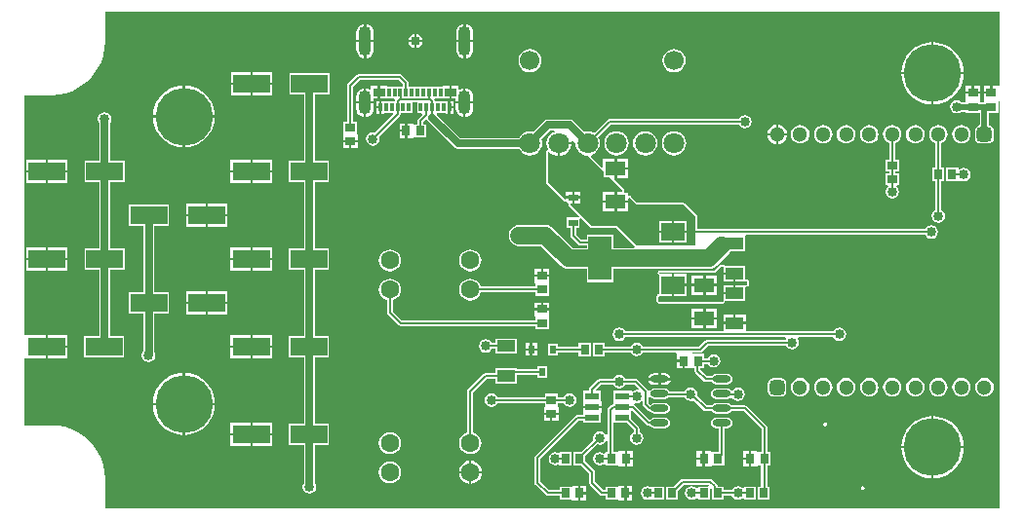
<source format=gtl>
G04*
G04 #@! TF.GenerationSoftware,Altium Limited,Altium Designer,24.1.2 (44)*
G04*
G04 Layer_Physical_Order=1*
G04 Layer_Color=255*
%FSLAX44Y44*%
%MOMM*%
G71*
G04*
G04 #@! TF.SameCoordinates,9A0184B9-0745-4BA0-A63A-3E559F80E0CB*
G04*
G04*
G04 #@! TF.FilePolarity,Positive*
G04*
G01*
G75*
%ADD10C,0.2000*%
%ADD12C,0.1500*%
%ADD16R,0.3000X0.7000*%
%ADD17R,1.0000X0.7000*%
%ADD18R,1.8000X1.3000*%
%ADD19R,1.5500X1.0000*%
%ADD20R,0.9000X0.8000*%
%ADD21R,0.6000X0.7000*%
%ADD22R,0.7500X0.8500*%
%ADD23R,2.0000X3.8000*%
%ADD24R,2.0000X1.5000*%
%ADD25R,0.8300X0.6250*%
%ADD26R,1.2200X0.6200*%
%ADD27R,0.8500X0.7500*%
%ADD28O,1.5500X0.6000*%
%ADD29R,0.8000X0.9000*%
%ADD30R,3.2000X1.6000*%
%ADD31O,1.1000X2.1000*%
%ADD32C,1.3000*%
G04:AMPARAMS|DCode=33|XSize=1.3mm|YSize=1.3mm|CornerRadius=0.325mm|HoleSize=0mm|Usage=FLASHONLY|Rotation=0.000|XOffset=0mm|YOffset=0mm|HoleType=Round|Shape=RoundedRectangle|*
%AMROUNDEDRECTD33*
21,1,1.3000,0.6500,0,0,0.0*
21,1,0.6500,1.3000,0,0,0.0*
1,1,0.6500,0.3250,-0.3250*
1,1,0.6500,-0.3250,-0.3250*
1,1,0.6500,-0.3250,0.3250*
1,1,0.6500,0.3250,0.3250*
%
%ADD33ROUNDEDRECTD33*%
%ADD34O,1.1000X2.6000*%
%ADD35C,1.6000*%
%ADD36C,5.0000*%
%ADD37C,1.7000*%
%ADD38C,1.8000*%
%ADD39C,0.8500*%
%ADD40C,0.5000*%
%ADD41C,0.6350*%
%ADD42C,1.5000*%
G36*
X853376Y375157D02*
X852500Y374250D01*
X852106Y374250D01*
X847000D01*
Y368250D01*
X846000D01*
Y367250D01*
X839500D01*
Y362313D01*
X839500Y362250D01*
X840000Y361187D01*
X840000Y361098D01*
X839714Y359828D01*
X836898D01*
X836000Y360726D01*
Y361187D01*
X836500Y362250D01*
X836500Y362313D01*
Y367250D01*
X823500D01*
Y362313D01*
X823500Y362250D01*
X824000Y361187D01*
X824000Y361098D01*
X823714Y359828D01*
X820357D01*
X820145Y360145D01*
X818243Y361416D01*
X816000Y361863D01*
X813756Y361416D01*
X811854Y360145D01*
X810584Y358243D01*
X810137Y356000D01*
X810584Y353756D01*
X811854Y351855D01*
X813756Y350584D01*
X816000Y350137D01*
X818243Y350584D01*
X819872Y351672D01*
X824000D01*
Y350250D01*
X835922D01*
Y339928D01*
X834897Y339724D01*
X833325Y338675D01*
X832276Y337103D01*
X831907Y335250D01*
Y328750D01*
X832276Y326897D01*
X833325Y325325D01*
X834897Y324276D01*
X836750Y323907D01*
X843250D01*
X845103Y324276D01*
X846675Y325325D01*
X847724Y326897D01*
X848093Y328750D01*
Y335250D01*
X847724Y337103D01*
X846675Y338675D01*
X845103Y339724D01*
X844078Y339928D01*
Y350250D01*
X852000D01*
Y360832D01*
X852307Y360974D01*
X853117Y360583D01*
X853376Y360241D01*
Y6556D01*
X76556D01*
Y32500D01*
X76600D01*
X76201Y38582D01*
X75012Y44561D01*
X73053Y50333D01*
X70357Y55800D01*
X66970Y60868D01*
X62951Y65451D01*
X58368Y69470D01*
X53300Y72857D01*
X47833Y75553D01*
X42061Y77512D01*
X36082Y78701D01*
X30000Y79100D01*
Y79056D01*
X6556D01*
Y137337D01*
X7800Y137400D01*
X7826Y137400D01*
X24800D01*
Y147400D01*
Y157400D01*
X7826D01*
X7800Y157400D01*
X6556Y157463D01*
Y365944D01*
X30000D01*
Y365900D01*
X36082Y366299D01*
X42061Y367488D01*
X47833Y369447D01*
X53300Y372143D01*
X58368Y375530D01*
X62951Y379549D01*
X66970Y384132D01*
X70357Y389200D01*
X73053Y394667D01*
X75012Y400439D01*
X76201Y406418D01*
X76600Y412500D01*
X76556D01*
Y438444D01*
X853376D01*
Y375157D01*
D02*
G37*
%LPC*%
G36*
X389800Y427983D02*
Y414050D01*
X396365D01*
Y420550D01*
X396107Y422508D01*
X395351Y424332D01*
X394149Y425899D01*
X392582Y427101D01*
X390758Y427857D01*
X389800Y427983D01*
D02*
G37*
G36*
X303400D02*
Y414050D01*
X309965D01*
Y420550D01*
X309707Y422508D01*
X308951Y424332D01*
X307749Y425899D01*
X306182Y427101D01*
X304358Y427857D01*
X303400Y427983D01*
D02*
G37*
G36*
X301400D02*
X300442Y427857D01*
X298618Y427101D01*
X297051Y425899D01*
X295849Y424332D01*
X295093Y422508D01*
X294835Y420550D01*
Y414050D01*
X301400D01*
Y427983D01*
D02*
G37*
G36*
X387800D02*
X386842Y427857D01*
X385018Y427101D01*
X383451Y425899D01*
X382249Y424332D01*
X381493Y422508D01*
X381235Y420550D01*
Y414050D01*
X387800D01*
Y427983D01*
D02*
G37*
G36*
X347000Y419174D02*
Y414000D01*
X352174D01*
X351887Y415439D01*
X350506Y417506D01*
X348439Y418887D01*
X347000Y419174D01*
D02*
G37*
G36*
X345000D02*
X343561Y418887D01*
X341494Y417506D01*
X340113Y415439D01*
X339826Y414000D01*
X345000D01*
Y419174D01*
D02*
G37*
G36*
X352174Y412000D02*
X347000D01*
Y406827D01*
X348439Y407113D01*
X350506Y408494D01*
X351887Y410561D01*
X352174Y412000D01*
D02*
G37*
G36*
X345000D02*
X339826D01*
X340113Y410561D01*
X341494Y408494D01*
X343561Y407113D01*
X345000Y406827D01*
Y412000D01*
D02*
G37*
G36*
X396365Y412050D02*
X389800D01*
Y398117D01*
X390758Y398243D01*
X392582Y398999D01*
X394149Y400201D01*
X395351Y401768D01*
X396107Y403592D01*
X396365Y405550D01*
Y412050D01*
D02*
G37*
G36*
X309965D02*
X303400D01*
Y398117D01*
X304358Y398243D01*
X306182Y398999D01*
X307749Y400201D01*
X308951Y401768D01*
X309707Y403592D01*
X309965Y405550D01*
Y412050D01*
D02*
G37*
G36*
X301400D02*
X294835D01*
Y405550D01*
X295093Y403592D01*
X295849Y401768D01*
X297051Y400201D01*
X298618Y398999D01*
X300442Y398243D01*
X301400Y398117D01*
Y412050D01*
D02*
G37*
G36*
X387800D02*
X381235D01*
Y405550D01*
X381493Y403592D01*
X382249Y401768D01*
X383451Y400201D01*
X385018Y398999D01*
X386842Y398243D01*
X387800Y398117D01*
Y412050D01*
D02*
G37*
G36*
X796000Y412005D02*
Y386000D01*
X822005D01*
X821750Y389237D01*
X820758Y393369D01*
X819132Y397296D01*
X816911Y400919D01*
X814151Y404151D01*
X810919Y406911D01*
X807296Y409132D01*
X803369Y410758D01*
X799237Y411750D01*
X796000Y412005D01*
D02*
G37*
G36*
X794000D02*
X790763Y411750D01*
X786631Y410758D01*
X782704Y409132D01*
X779081Y406911D01*
X775849Y404151D01*
X773089Y400919D01*
X770868Y397296D01*
X769242Y393369D01*
X768250Y389237D01*
X767995Y386000D01*
X794000D01*
Y412005D01*
D02*
G37*
G36*
X570500Y405966D02*
X567890Y405623D01*
X565457Y404615D01*
X563368Y403012D01*
X561765Y400923D01*
X560757Y398490D01*
X560414Y395880D01*
X560757Y393270D01*
X561765Y390837D01*
X563368Y388748D01*
X565457Y387145D01*
X567890Y386137D01*
X570500Y385794D01*
X573111Y386137D01*
X575543Y387145D01*
X577632Y388748D01*
X579235Y390837D01*
X580243Y393270D01*
X580586Y395880D01*
X580243Y398490D01*
X579235Y400923D01*
X577632Y403012D01*
X575543Y404615D01*
X573111Y405623D01*
X570500Y405966D01*
D02*
G37*
G36*
X445500D02*
X442890Y405623D01*
X440457Y404615D01*
X438368Y403012D01*
X436765Y400923D01*
X435757Y398490D01*
X435414Y395880D01*
X435757Y393270D01*
X436765Y390837D01*
X438368Y388748D01*
X440457Y387145D01*
X442890Y386137D01*
X445500Y385794D01*
X448111Y386137D01*
X450543Y387145D01*
X452632Y388748D01*
X454235Y390837D01*
X455243Y393270D01*
X455586Y395880D01*
X455243Y398490D01*
X454235Y400923D01*
X452632Y403012D01*
X450543Y404615D01*
X448111Y405623D01*
X445500Y405966D01*
D02*
G37*
G36*
X222000Y386000D02*
X205000D01*
Y377000D01*
X222000D01*
Y386000D01*
D02*
G37*
G36*
X203000D02*
X186000D01*
Y377000D01*
X203000D01*
Y386000D01*
D02*
G37*
G36*
X332802Y384544D02*
X296996D01*
X296020Y384351D01*
X295193Y383798D01*
X287758Y376362D01*
X287205Y375536D01*
X287011Y374560D01*
Y343070D01*
X283810D01*
Y332840D01*
X283810Y332633D01*
X283310Y331570D01*
X283310Y331507D01*
Y326820D01*
X289560D01*
X295810D01*
Y331507D01*
X295810Y331570D01*
X295310Y332633D01*
X295310Y332840D01*
Y343070D01*
X292109D01*
Y373504D01*
X298051Y379447D01*
X331746D01*
X335351Y375842D01*
Y373450D01*
X321400D01*
Y374050D01*
X315400D01*
Y368550D01*
Y363050D01*
X321400D01*
Y363450D01*
X327603D01*
X328248Y362180D01*
X328045Y361876D01*
X327851Y360901D01*
Y360450D01*
X318900D01*
Y360950D01*
X316400D01*
Y355450D01*
Y349950D01*
X318900D01*
Y350450D01*
X326186D01*
X326672Y349277D01*
X310883Y333488D01*
X309000Y333863D01*
X306756Y333416D01*
X304855Y332146D01*
X303584Y330243D01*
X303137Y328000D01*
X303584Y325756D01*
X304855Y323854D01*
X306756Y322584D01*
X309000Y322137D01*
X311243Y322584D01*
X313146Y323854D01*
X314416Y325756D01*
X314863Y328000D01*
X314488Y329883D01*
X332202Y347598D01*
X332755Y348425D01*
X332949Y349400D01*
Y350450D01*
X343400D01*
Y359584D01*
X347400D01*
Y350450D01*
X351221D01*
X351747Y349180D01*
X348198Y345631D01*
X347645Y344804D01*
X347451Y343828D01*
Y340750D01*
X345020D01*
X344813Y340750D01*
X343750Y341250D01*
X343687Y341250D01*
X339000D01*
Y335000D01*
Y328750D01*
X343687D01*
X343750Y328750D01*
X344813Y329250D01*
X345020Y329250D01*
X355250D01*
Y340750D01*
X352549D01*
Y342773D01*
X354759Y344982D01*
X356137Y344565D01*
X357029Y343229D01*
X379549Y320709D01*
X381096Y319676D01*
X382920Y319313D01*
X436109D01*
X436328Y318785D01*
X438011Y316591D01*
X440205Y314908D01*
X442759Y313850D01*
X445500Y313489D01*
X448241Y313850D01*
X450795Y314908D01*
X452989Y316591D01*
X454672Y318785D01*
X455730Y321339D01*
X456091Y324080D01*
X455730Y326821D01*
X455511Y327350D01*
X463394Y335233D01*
X466670D01*
X466923Y333963D01*
X465205Y333252D01*
X463011Y331569D01*
X461328Y329375D01*
X460270Y326821D01*
X459909Y324080D01*
X460270Y321339D01*
X461114Y319302D01*
X461328Y318785D01*
X460500Y317778D01*
X460379Y317728D01*
X460150Y317499D01*
X459852Y317376D01*
X459728Y317077D01*
X459500Y316849D01*
Y316526D01*
X459376Y316228D01*
Y290000D01*
X459852Y288852D01*
X474529Y274175D01*
X474827Y274052D01*
X475055Y273823D01*
X475378D01*
X475677Y273700D01*
X475975Y273823D01*
X476298D01*
X477350Y273120D01*
Y272500D01*
X477970D01*
X478673Y271448D01*
Y271125D01*
X478550Y270827D01*
X478673Y270528D01*
Y270205D01*
X478902Y269977D01*
X479025Y269679D01*
X487934Y260770D01*
X487408Y259500D01*
X477350D01*
Y250250D01*
X480451D01*
Y244000D01*
X480645Y243025D01*
X481198Y242198D01*
X487198Y236198D01*
X488025Y235645D01*
X489000Y235451D01*
X495000D01*
Y233078D01*
X482760D01*
X465419Y250419D01*
X463539Y251861D01*
X461349Y252768D01*
X459000Y253078D01*
X436000D01*
X433651Y252768D01*
X431461Y251861D01*
X429581Y250419D01*
X428139Y248539D01*
X427232Y246350D01*
X426922Y244000D01*
X427232Y241651D01*
X428139Y239461D01*
X429581Y237581D01*
X431461Y236138D01*
X433651Y235232D01*
X436000Y234922D01*
X455240D01*
X472581Y217581D01*
X474461Y216139D01*
X476651Y215232D01*
X479000Y214922D01*
X495000D01*
Y203500D01*
X518000D01*
Y214922D01*
X601000D01*
X603349Y215232D01*
X605539Y216139D01*
X607419Y217581D01*
X618419Y228581D01*
X619861Y230461D01*
X619878Y230500D01*
X632250D01*
Y243181D01*
X632250Y243500D01*
X633020Y244451D01*
X788788D01*
X789855Y242854D01*
X791757Y241584D01*
X794000Y241137D01*
X796244Y241584D01*
X798146Y242854D01*
X799416Y244757D01*
X799863Y247000D01*
X799416Y249244D01*
X798146Y251145D01*
X796244Y252416D01*
X794000Y252863D01*
X791757Y252416D01*
X789855Y251145D01*
X788788Y249549D01*
X590624D01*
Y261000D01*
X590148Y262148D01*
X580148Y272148D01*
X579000Y272624D01*
X538672D01*
X533321Y277975D01*
X533023Y278098D01*
X532795Y278327D01*
X532472D01*
X532173Y278450D01*
X531875Y278327D01*
X531770D01*
X531196Y278565D01*
X530500Y279030D01*
Y281500D01*
X528030D01*
X527565Y282196D01*
X527327Y282770D01*
Y282875D01*
X527450Y283173D01*
X527327Y283472D01*
Y283795D01*
X527098Y284023D01*
X526975Y284321D01*
X518469Y292827D01*
X518955Y294000D01*
X519000D01*
Y302500D01*
Y311000D01*
X509000D01*
Y303955D01*
X507827Y303469D01*
X498619Y312677D01*
X498949Y314143D01*
X500795Y314908D01*
X502989Y316591D01*
X504672Y318785D01*
X505730Y321339D01*
X506091Y324080D01*
X505730Y326821D01*
X504672Y329375D01*
X504554Y329529D01*
X515339Y340314D01*
X626788D01*
X627854Y338717D01*
X629757Y337446D01*
X632000Y337000D01*
X634244Y337446D01*
X636146Y338717D01*
X637416Y340619D01*
X637863Y342863D01*
X637416Y345106D01*
X636146Y347008D01*
X634244Y348279D01*
X632000Y348725D01*
X629757Y348279D01*
X627854Y347008D01*
X626788Y345412D01*
X514283D01*
X513307Y345218D01*
X512480Y344665D01*
X500949Y333134D01*
X500795Y333252D01*
X498241Y334310D01*
X495500Y334671D01*
X492759Y334310D01*
X492230Y334091D01*
X482951Y343371D01*
X481404Y344404D01*
X479580Y344767D01*
X461420D01*
X459596Y344404D01*
X458050Y343371D01*
X448770Y334091D01*
X448241Y334310D01*
X445500Y334671D01*
X442759Y334310D01*
X440205Y333252D01*
X438011Y331569D01*
X436328Y329375D01*
X436109Y328847D01*
X384894D01*
X364561Y349180D01*
X365087Y350450D01*
X371900D01*
Y349950D01*
X374400D01*
Y355450D01*
Y360950D01*
X371900D01*
Y360450D01*
X362949D01*
Y360901D01*
X362755Y361876D01*
X362552Y362180D01*
X363197Y363450D01*
X369400D01*
Y362950D01*
X375400D01*
Y368450D01*
Y373950D01*
X369400D01*
Y373450D01*
X340449D01*
Y376898D01*
X340255Y377873D01*
X339702Y378700D01*
X334604Y383798D01*
X333778Y384351D01*
X332802Y384544D01*
D02*
G37*
G36*
X313400Y374050D02*
X307400D01*
Y371449D01*
X306261Y370887D01*
X305982Y371101D01*
X304158Y371857D01*
X303200Y371983D01*
Y360550D01*
X309765D01*
Y363050D01*
X313400D01*
Y368550D01*
Y374050D01*
D02*
G37*
G36*
X845000Y374250D02*
X839500D01*
Y369250D01*
X845000D01*
Y374250D01*
D02*
G37*
G36*
X836500D02*
X831000D01*
Y369250D01*
X836500D01*
Y374250D01*
D02*
G37*
G36*
X829000D02*
X823500D01*
Y369250D01*
X829000D01*
Y374250D01*
D02*
G37*
G36*
X222000Y375000D02*
X205000D01*
Y366000D01*
X222000D01*
Y375000D01*
D02*
G37*
G36*
X203000D02*
X186000D01*
Y366000D01*
X203000D01*
Y375000D01*
D02*
G37*
G36*
X389600Y371983D02*
Y360550D01*
X396165D01*
Y364550D01*
X395907Y366508D01*
X395151Y368332D01*
X393949Y369899D01*
X392382Y371101D01*
X390558Y371857D01*
X389600Y371983D01*
D02*
G37*
G36*
X301200D02*
X300242Y371857D01*
X298418Y371101D01*
X296851Y369899D01*
X295649Y368332D01*
X294893Y366508D01*
X294635Y364550D01*
Y360550D01*
X301200D01*
Y371983D01*
D02*
G37*
G36*
X383400Y373950D02*
X377400D01*
Y368450D01*
Y362950D01*
X381035D01*
Y360550D01*
X387600D01*
Y371983D01*
X386642Y371857D01*
X384818Y371101D01*
X384539Y370887D01*
X383400Y371449D01*
Y373950D01*
D02*
G37*
G36*
X822005Y384000D02*
X796000D01*
Y357995D01*
X799237Y358250D01*
X803369Y359242D01*
X807296Y360868D01*
X810919Y363089D01*
X814151Y365849D01*
X816911Y369081D01*
X819132Y372704D01*
X820758Y376631D01*
X821750Y380763D01*
X822005Y384000D01*
D02*
G37*
G36*
X794000D02*
X767995D01*
X768250Y380763D01*
X769242Y376631D01*
X770868Y372704D01*
X773089Y369081D01*
X775849Y365849D01*
X779081Y363089D01*
X782704Y360868D01*
X786631Y359242D01*
X790763Y358250D01*
X794000Y357995D01*
Y384000D01*
D02*
G37*
G36*
X378900Y360950D02*
X376400D01*
Y356450D01*
X378900D01*
Y360950D01*
D02*
G37*
G36*
X314400D02*
X311900D01*
Y356450D01*
X314400D01*
Y360950D01*
D02*
G37*
G36*
X378900Y354450D02*
X376400D01*
Y349950D01*
X378900D01*
Y354450D01*
D02*
G37*
G36*
X314400D02*
X311900D01*
Y349950D01*
X314400D01*
Y354450D01*
D02*
G37*
G36*
X146000Y374505D02*
Y348500D01*
X172005D01*
X171750Y351737D01*
X170758Y355869D01*
X169132Y359796D01*
X166911Y363419D01*
X164151Y366651D01*
X160919Y369411D01*
X157296Y371632D01*
X153369Y373258D01*
X149237Y374250D01*
X146000Y374505D01*
D02*
G37*
G36*
X144000D02*
X140763Y374250D01*
X136631Y373258D01*
X132704Y371632D01*
X129081Y369411D01*
X125849Y366651D01*
X123089Y363419D01*
X120868Y359796D01*
X119242Y355869D01*
X118250Y351737D01*
X117995Y348500D01*
X144000D01*
Y374505D01*
D02*
G37*
G36*
X396165Y358550D02*
X389600D01*
Y347117D01*
X390558Y347243D01*
X392382Y347999D01*
X393949Y349201D01*
X395151Y350768D01*
X395907Y352592D01*
X396165Y354550D01*
Y358550D01*
D02*
G37*
G36*
X309765D02*
X303200D01*
Y347117D01*
X304158Y347243D01*
X305982Y347999D01*
X307549Y349201D01*
X308751Y350768D01*
X309507Y352592D01*
X309765Y354550D01*
Y358550D01*
D02*
G37*
G36*
X301200D02*
X294635D01*
Y354550D01*
X294893Y352592D01*
X295649Y350768D01*
X296851Y349201D01*
X298418Y347999D01*
X300242Y347243D01*
X301200Y347117D01*
Y358550D01*
D02*
G37*
G36*
X387600D02*
X381035D01*
Y354550D01*
X381293Y352592D01*
X382049Y350768D01*
X383251Y349201D01*
X384818Y347999D01*
X386642Y347243D01*
X387600Y347117D01*
Y358550D01*
D02*
G37*
G36*
X337000Y341250D02*
X332250D01*
Y336000D01*
X337000D01*
Y341250D01*
D02*
G37*
G36*
X661000Y340442D02*
Y333000D01*
X668442D01*
X668281Y334219D01*
X667425Y336287D01*
X666062Y338062D01*
X664287Y339425D01*
X662219Y340281D01*
X661000Y340442D01*
D02*
G37*
G36*
X659000D02*
X657781Y340281D01*
X655713Y339425D01*
X653938Y338062D01*
X652575Y336287D01*
X651719Y334219D01*
X651558Y333000D01*
X659000D01*
Y340442D01*
D02*
G37*
G36*
X337000Y334000D02*
X332250D01*
Y328750D01*
X337000D01*
Y334000D01*
D02*
G37*
G36*
X820000Y340069D02*
X817912Y339794D01*
X815965Y338988D01*
X814294Y337706D01*
X813012Y336035D01*
X812206Y334088D01*
X811931Y332000D01*
X812206Y329912D01*
X813012Y327966D01*
X814294Y326294D01*
X815965Y325012D01*
X817912Y324206D01*
X820000Y323931D01*
X822088Y324206D01*
X824035Y325012D01*
X825706Y326294D01*
X826988Y327966D01*
X827794Y329912D01*
X828069Y332000D01*
X827794Y334088D01*
X826988Y336035D01*
X825706Y337706D01*
X824035Y338988D01*
X822088Y339794D01*
X820000Y340069D01*
D02*
G37*
G36*
X780000D02*
X777912Y339794D01*
X775965Y338988D01*
X774294Y337706D01*
X773012Y336035D01*
X772206Y334088D01*
X771931Y332000D01*
X772206Y329912D01*
X773012Y327966D01*
X774294Y326294D01*
X775965Y325012D01*
X777912Y324206D01*
X780000Y323931D01*
X782088Y324206D01*
X784035Y325012D01*
X785706Y326294D01*
X786988Y327966D01*
X787794Y329912D01*
X788069Y332000D01*
X787794Y334088D01*
X786988Y336035D01*
X785706Y337706D01*
X784035Y338988D01*
X782088Y339794D01*
X780000Y340069D01*
D02*
G37*
G36*
X740000D02*
X737912Y339794D01*
X735965Y338988D01*
X734294Y337706D01*
X733012Y336035D01*
X732206Y334088D01*
X731931Y332000D01*
X732206Y329912D01*
X733012Y327966D01*
X734294Y326294D01*
X735965Y325012D01*
X737912Y324206D01*
X740000Y323931D01*
X742088Y324206D01*
X744035Y325012D01*
X745706Y326294D01*
X746988Y327966D01*
X747794Y329912D01*
X748069Y332000D01*
X747794Y334088D01*
X746988Y336035D01*
X745706Y337706D01*
X744035Y338988D01*
X742088Y339794D01*
X740000Y340069D01*
D02*
G37*
G36*
X720000D02*
X717912Y339794D01*
X715965Y338988D01*
X714294Y337706D01*
X713012Y336035D01*
X712206Y334088D01*
X711931Y332000D01*
X712206Y329912D01*
X713012Y327966D01*
X714294Y326294D01*
X715965Y325012D01*
X717912Y324206D01*
X720000Y323931D01*
X722088Y324206D01*
X724035Y325012D01*
X725706Y326294D01*
X726988Y327966D01*
X727794Y329912D01*
X728069Y332000D01*
X727794Y334088D01*
X726988Y336035D01*
X725706Y337706D01*
X724035Y338988D01*
X722088Y339794D01*
X720000Y340069D01*
D02*
G37*
G36*
X700000D02*
X697912Y339794D01*
X695965Y338988D01*
X694294Y337706D01*
X693012Y336035D01*
X692206Y334088D01*
X691931Y332000D01*
X692206Y329912D01*
X693012Y327966D01*
X694294Y326294D01*
X695965Y325012D01*
X697912Y324206D01*
X700000Y323931D01*
X702088Y324206D01*
X704035Y325012D01*
X705706Y326294D01*
X706988Y327966D01*
X707794Y329912D01*
X708069Y332000D01*
X707794Y334088D01*
X706988Y336035D01*
X705706Y337706D01*
X704035Y338988D01*
X702088Y339794D01*
X700000Y340069D01*
D02*
G37*
G36*
X680000D02*
X677912Y339794D01*
X675965Y338988D01*
X674294Y337706D01*
X673012Y336035D01*
X672206Y334088D01*
X671931Y332000D01*
X672206Y329912D01*
X673012Y327966D01*
X674294Y326294D01*
X675965Y325012D01*
X677912Y324206D01*
X680000Y323931D01*
X682088Y324206D01*
X684035Y325012D01*
X685706Y326294D01*
X686988Y327966D01*
X687794Y329912D01*
X688069Y332000D01*
X687794Y334088D01*
X686988Y336035D01*
X685706Y337706D01*
X684035Y338988D01*
X682088Y339794D01*
X680000Y340069D01*
D02*
G37*
G36*
X668442Y331000D02*
X661000D01*
Y323558D01*
X662219Y323719D01*
X664287Y324575D01*
X666062Y325938D01*
X667425Y327713D01*
X668281Y329781D01*
X668442Y331000D01*
D02*
G37*
G36*
X659000D02*
X651558D01*
X651719Y329781D01*
X652575Y327713D01*
X653938Y325938D01*
X655713Y324575D01*
X657781Y323719D01*
X659000Y323558D01*
Y331000D01*
D02*
G37*
G36*
X172005Y346500D02*
X146000D01*
Y320495D01*
X149237Y320750D01*
X153369Y321742D01*
X157296Y323368D01*
X160919Y325589D01*
X164151Y328349D01*
X166911Y331581D01*
X169132Y335204D01*
X170758Y339131D01*
X171750Y343263D01*
X172005Y346500D01*
D02*
G37*
G36*
X144000D02*
X117995D01*
X118250Y343263D01*
X119242Y339131D01*
X120868Y335204D01*
X123089Y331581D01*
X125849Y328349D01*
X129081Y325589D01*
X132704Y323368D01*
X136631Y321742D01*
X140763Y320750D01*
X144000Y320495D01*
Y346500D01*
D02*
G37*
G36*
X295810Y324820D02*
X290560D01*
Y320070D01*
X295810D01*
Y324820D01*
D02*
G37*
G36*
X288560D02*
X283310D01*
Y320070D01*
X288560D01*
Y324820D01*
D02*
G37*
G36*
X570500Y334671D02*
X567759Y334310D01*
X565205Y333252D01*
X563011Y331569D01*
X561328Y329375D01*
X560270Y326821D01*
X559909Y324080D01*
X560270Y321339D01*
X561328Y318785D01*
X563011Y316591D01*
X565205Y314908D01*
X567759Y313850D01*
X570500Y313489D01*
X573241Y313850D01*
X575795Y314908D01*
X577989Y316591D01*
X579672Y318785D01*
X580730Y321339D01*
X581091Y324080D01*
X580730Y326821D01*
X579672Y329375D01*
X577989Y331569D01*
X575795Y333252D01*
X573241Y334310D01*
X570500Y334671D01*
D02*
G37*
G36*
X545500D02*
X542759Y334310D01*
X540205Y333252D01*
X538011Y331569D01*
X536328Y329375D01*
X535270Y326821D01*
X534909Y324080D01*
X535270Y321339D01*
X536328Y318785D01*
X538011Y316591D01*
X540205Y314908D01*
X542759Y313850D01*
X545500Y313489D01*
X548241Y313850D01*
X550795Y314908D01*
X552989Y316591D01*
X554672Y318785D01*
X555730Y321339D01*
X556091Y324080D01*
X555730Y326821D01*
X554672Y329375D01*
X552989Y331569D01*
X550795Y333252D01*
X548241Y334310D01*
X545500Y334671D01*
D02*
G37*
G36*
X520500D02*
X517759Y334310D01*
X515205Y333252D01*
X513011Y331569D01*
X511328Y329375D01*
X510270Y326821D01*
X509909Y324080D01*
X510270Y321339D01*
X511328Y318785D01*
X513011Y316591D01*
X515205Y314908D01*
X517759Y313850D01*
X520500Y313489D01*
X523241Y313850D01*
X525795Y314908D01*
X527989Y316591D01*
X529672Y318785D01*
X530730Y321339D01*
X531091Y324080D01*
X530730Y326821D01*
X529672Y329375D01*
X527989Y331569D01*
X525795Y333252D01*
X523241Y334310D01*
X520500Y334671D01*
D02*
G37*
G36*
X531000Y311000D02*
X521000D01*
Y303500D01*
X531000D01*
Y311000D01*
D02*
G37*
G36*
X822000Y302863D02*
X819756Y302416D01*
X818520Y301590D01*
X817250Y302269D01*
Y302750D01*
X806750D01*
Y291250D01*
X817250D01*
Y291731D01*
X818520Y292410D01*
X819756Y291584D01*
X822000Y291137D01*
X824243Y291584D01*
X826145Y292854D01*
X827416Y294757D01*
X827863Y297000D01*
X827416Y299244D01*
X826145Y301145D01*
X824243Y302416D01*
X822000Y302863D01*
D02*
G37*
G36*
X221600Y309800D02*
X204600D01*
Y300800D01*
X221600D01*
Y309800D01*
D02*
G37*
G36*
X44200D02*
X27200D01*
Y300800D01*
X44200D01*
Y309800D01*
D02*
G37*
G36*
X202600D02*
X185600D01*
Y300800D01*
X202600D01*
Y309800D01*
D02*
G37*
G36*
X25200D02*
X8200D01*
Y300800D01*
X25200D01*
Y309800D01*
D02*
G37*
G36*
X531000Y301500D02*
X521000D01*
Y294000D01*
X531000D01*
Y301500D01*
D02*
G37*
G36*
X221600Y298800D02*
X204600D01*
Y289800D01*
X221600D01*
Y298800D01*
D02*
G37*
G36*
X202600D02*
X185600D01*
Y289800D01*
X202600D01*
Y298800D01*
D02*
G37*
G36*
X44200D02*
X27200D01*
Y289800D01*
X44200D01*
Y298800D01*
D02*
G37*
G36*
X25200D02*
X8200D01*
Y289800D01*
X25200D01*
Y298800D01*
D02*
G37*
G36*
X760000Y340069D02*
X757912Y339794D01*
X755965Y338988D01*
X754294Y337706D01*
X753012Y336035D01*
X752206Y334088D01*
X751931Y332000D01*
X752206Y329912D01*
X753012Y327966D01*
X754294Y326294D01*
X755965Y325012D01*
X757451Y324397D01*
Y310250D01*
X754250D01*
Y299750D01*
X757451D01*
Y298250D01*
X754250D01*
Y287750D01*
X755970D01*
X756355Y286480D01*
X755854Y286145D01*
X754584Y284244D01*
X754137Y282000D01*
X754584Y279757D01*
X755854Y277854D01*
X757757Y276584D01*
X760000Y276137D01*
X762243Y276584D01*
X764146Y277854D01*
X765416Y279757D01*
X765863Y282000D01*
X765416Y284244D01*
X764146Y286145D01*
X763645Y286480D01*
X764030Y287750D01*
X765750D01*
Y298250D01*
X762549D01*
Y299750D01*
X765750D01*
Y310250D01*
X762549D01*
Y324397D01*
X764035Y325012D01*
X765706Y326294D01*
X766988Y327966D01*
X767794Y329912D01*
X768069Y332000D01*
X767794Y334088D01*
X766988Y336035D01*
X765706Y337706D01*
X764035Y338988D01*
X762088Y339794D01*
X760000Y340069D01*
D02*
G37*
G36*
X182700Y271700D02*
X165700D01*
Y262700D01*
X182700D01*
Y271700D01*
D02*
G37*
G36*
X163700D02*
X146700D01*
Y262700D01*
X163700D01*
Y271700D01*
D02*
G37*
G36*
X800000Y340069D02*
X797912Y339794D01*
X795965Y338988D01*
X794294Y337706D01*
X793012Y336035D01*
X792206Y334088D01*
X791931Y332000D01*
X792206Y329912D01*
X793012Y327966D01*
X794294Y326294D01*
X795965Y325012D01*
X797451Y324397D01*
Y302750D01*
X794750D01*
Y291250D01*
X797451D01*
Y266212D01*
X795854Y265145D01*
X794584Y263244D01*
X794137Y261000D01*
X794584Y258757D01*
X795854Y256854D01*
X797757Y255584D01*
X800000Y255137D01*
X802243Y255584D01*
X804146Y256854D01*
X805416Y258757D01*
X805863Y261000D01*
X805416Y263244D01*
X804146Y265145D01*
X802549Y266212D01*
Y291250D01*
X805250D01*
Y302750D01*
X802549D01*
Y324397D01*
X804035Y325012D01*
X805706Y326294D01*
X806988Y327966D01*
X807794Y329912D01*
X808069Y332000D01*
X807794Y334088D01*
X806988Y336035D01*
X805706Y337706D01*
X804035Y338988D01*
X802088Y339794D01*
X800000Y340069D01*
D02*
G37*
G36*
X182700Y260700D02*
X165700D01*
Y251700D01*
X182700D01*
Y260700D01*
D02*
G37*
G36*
X163700D02*
X146700D01*
Y251700D01*
X163700D01*
Y260700D01*
D02*
G37*
G36*
X221600Y233600D02*
X204600D01*
Y224600D01*
X221600D01*
Y233600D01*
D02*
G37*
G36*
X44200D02*
X27200D01*
Y224600D01*
X44200D01*
Y233600D01*
D02*
G37*
G36*
X202600D02*
X185600D01*
Y224600D01*
X202600D01*
Y233600D01*
D02*
G37*
G36*
X25200D02*
X8200D01*
Y224600D01*
X25200D01*
Y233600D01*
D02*
G37*
G36*
X221600Y222600D02*
X204600D01*
Y213600D01*
X221600D01*
Y222600D01*
D02*
G37*
G36*
X202600D02*
X185600D01*
Y213600D01*
X202600D01*
Y222600D01*
D02*
G37*
G36*
X44200D02*
X27200D01*
Y213600D01*
X44200D01*
Y222600D01*
D02*
G37*
G36*
X25200D02*
X8200D01*
Y213600D01*
X25200D01*
Y222600D01*
D02*
G37*
G36*
X613250Y218624D02*
X611000D01*
X609852Y218148D01*
X605327Y213624D01*
X558198D01*
X558027Y213553D01*
X557844Y213584D01*
X557471Y213323D01*
X557050Y213148D01*
X556979Y212977D01*
X556827Y212870D01*
X556681Y212640D01*
X556581Y212065D01*
X556452Y211495D01*
X556507Y211177D01*
X556692Y210883D01*
X556762Y210542D01*
X557405Y209590D01*
X557540Y209501D01*
X557602Y209352D01*
X558000Y209187D01*
Y193951D01*
X556950Y193028D01*
X556684Y192786D01*
X556352Y192648D01*
X556242Y192384D01*
X556031Y192191D01*
X555531Y191128D01*
X555514Y190769D01*
X555376Y190437D01*
Y187000D01*
X555852Y185852D01*
X556852Y184852D01*
X558000Y184376D01*
X612598D01*
X612760Y184444D01*
X612933Y184411D01*
X613317Y184674D01*
X613746Y184852D01*
X613813Y185014D01*
X613958Y185113D01*
X614610Y186113D01*
X614696Y186570D01*
X614874Y187000D01*
X614874Y187270D01*
X616047Y187500D01*
X632250D01*
Y198202D01*
X632414Y198602D01*
X632813Y199378D01*
X634063Y199426D01*
X634601Y199674D01*
X635148Y199900D01*
X635161Y199931D01*
X635191Y199945D01*
X635397Y200501D01*
X635624Y201048D01*
Y203952D01*
X635397Y204499D01*
X635191Y205055D01*
X635161Y205069D01*
X635148Y205100D01*
X634601Y205326D01*
X634063Y205574D01*
X632813Y205622D01*
X632250Y206718D01*
Y217500D01*
X614666D01*
X614398Y218148D01*
X613250Y218624D01*
D02*
G37*
G36*
X393700Y231832D02*
X391220Y231506D01*
X388909Y230548D01*
X386925Y229025D01*
X385402Y227041D01*
X384445Y224730D01*
X384118Y222250D01*
X384445Y219770D01*
X385402Y217459D01*
X386925Y215474D01*
X388909Y213952D01*
X391220Y212994D01*
X393700Y212668D01*
X396180Y212994D01*
X398491Y213952D01*
X400475Y215474D01*
X401998Y217459D01*
X402956Y219770D01*
X403282Y222250D01*
X402956Y224730D01*
X401998Y227041D01*
X400475Y229025D01*
X398491Y230548D01*
X396180Y231506D01*
X393700Y231832D01*
D02*
G37*
G36*
X323850D02*
X321370Y231506D01*
X319059Y230548D01*
X317075Y229025D01*
X315552Y227041D01*
X314594Y224730D01*
X314268Y222250D01*
X314594Y219770D01*
X315552Y217459D01*
X317075Y215474D01*
X319059Y213952D01*
X321370Y212994D01*
X323850Y212668D01*
X326330Y212994D01*
X328641Y213952D01*
X330625Y215474D01*
X332148Y217459D01*
X333106Y219770D01*
X333432Y222250D01*
X333106Y224730D01*
X332148Y227041D01*
X330625Y229025D01*
X328641Y230548D01*
X326330Y231506D01*
X323850Y231832D01*
D02*
G37*
G36*
X462250Y214750D02*
X457000D01*
Y210000D01*
X462250D01*
Y214750D01*
D02*
G37*
G36*
X455000D02*
X449750D01*
Y210000D01*
X455000D01*
Y214750D01*
D02*
G37*
G36*
X462250Y208000D02*
X449750D01*
Y203313D01*
X449750Y203250D01*
X450250Y202187D01*
X450250Y201980D01*
Y199399D01*
X402927D01*
X401998Y201641D01*
X400475Y203625D01*
X398491Y205148D01*
X396180Y206105D01*
X393700Y206432D01*
X391220Y206105D01*
X388909Y205148D01*
X386925Y203625D01*
X385402Y201641D01*
X384445Y199330D01*
X384118Y196850D01*
X384445Y194370D01*
X385402Y192059D01*
X386925Y190075D01*
X388909Y188552D01*
X391220Y187595D01*
X393700Y187268D01*
X396180Y187595D01*
X398491Y188552D01*
X400475Y190075D01*
X401998Y192059D01*
X402927Y194301D01*
X450250D01*
Y191750D01*
X461750D01*
Y201980D01*
X461750Y202187D01*
X462250Y203250D01*
X462250Y203313D01*
Y208000D01*
D02*
G37*
G36*
X182700Y195500D02*
X165700D01*
Y186500D01*
X182700D01*
Y195500D01*
D02*
G37*
G36*
X163700D02*
X146700D01*
Y186500D01*
X163700D01*
Y195500D01*
D02*
G37*
G36*
X462250Y185750D02*
X457000D01*
Y181000D01*
X462250D01*
Y185750D01*
D02*
G37*
G36*
X455000D02*
X449750D01*
Y181000D01*
X455000D01*
Y185750D01*
D02*
G37*
G36*
X182700Y184500D02*
X165700D01*
Y175500D01*
X182700D01*
Y184500D01*
D02*
G37*
G36*
X163700D02*
X146700D01*
Y175500D01*
X163700D01*
Y184500D01*
D02*
G37*
G36*
X608000Y180500D02*
X598000D01*
Y173000D01*
X608000D01*
Y180500D01*
D02*
G37*
G36*
X596000D02*
X586000D01*
Y173000D01*
X596000D01*
Y180500D01*
D02*
G37*
G36*
X632750Y175000D02*
X624000D01*
Y169000D01*
X632750D01*
Y175000D01*
D02*
G37*
G36*
X622000D02*
X613250D01*
Y169000D01*
X622000D01*
Y175000D01*
D02*
G37*
G36*
X608000Y171000D02*
X598000D01*
Y163500D01*
X608000D01*
Y171000D01*
D02*
G37*
G36*
X596000D02*
X586000D01*
Y163500D01*
X596000D01*
Y171000D01*
D02*
G37*
G36*
X323850Y206432D02*
X321370Y206105D01*
X319059Y205148D01*
X317075Y203625D01*
X315552Y201641D01*
X314594Y199330D01*
X314268Y196850D01*
X314594Y194370D01*
X315552Y192059D01*
X317075Y190075D01*
X319059Y188552D01*
X321301Y187623D01*
Y177150D01*
X321495Y176175D01*
X322048Y175348D01*
X331198Y166198D01*
X332025Y165645D01*
X333000Y165451D01*
X450250D01*
Y162750D01*
X455617D01*
X455775Y162645D01*
X456750Y162451D01*
X457725Y162645D01*
X457882Y162750D01*
X461750D01*
Y172980D01*
X461750Y173187D01*
X462250Y174250D01*
X462250Y174313D01*
Y179000D01*
X449750D01*
Y174313D01*
X449750Y174250D01*
X450250Y173187D01*
X450250Y172980D01*
Y170549D01*
X334056D01*
X326399Y178206D01*
Y187623D01*
X328641Y188552D01*
X330625Y190075D01*
X332148Y192059D01*
X333106Y194370D01*
X333432Y196850D01*
X333106Y199330D01*
X332148Y201641D01*
X330625Y203625D01*
X328641Y205148D01*
X326330Y206105D01*
X323850Y206432D01*
D02*
G37*
G36*
X632750Y167000D02*
X623000D01*
X613250D01*
Y161819D01*
X613250Y161000D01*
X612167Y160549D01*
X528212D01*
X527146Y162146D01*
X525243Y163416D01*
X523000Y163863D01*
X520756Y163416D01*
X518854Y162146D01*
X517584Y160243D01*
X517137Y158000D01*
X517584Y155757D01*
X518854Y153855D01*
X520756Y152584D01*
X523000Y152137D01*
X525243Y152584D01*
X527146Y153855D01*
X528212Y155451D01*
X666821D01*
X667523Y154181D01*
X667131Y153549D01*
X599000D01*
X598025Y153355D01*
X597198Y152802D01*
X591807Y147412D01*
X543212D01*
X542146Y149008D01*
X540243Y150279D01*
X538000Y150725D01*
X535756Y150279D01*
X533854Y149008D01*
X532788Y147412D01*
X510250D01*
Y150750D01*
X499750D01*
Y139250D01*
X510250D01*
Y142314D01*
X532788D01*
X533854Y140717D01*
X535756Y139446D01*
X538000Y139000D01*
X540243Y139446D01*
X542146Y140717D01*
X543212Y142314D01*
X571817D01*
X572750Y141500D01*
X572750Y141044D01*
Y136000D01*
X578750D01*
Y135000D01*
X579750D01*
Y128500D01*
X584687D01*
X584750Y128500D01*
X585813Y129000D01*
X586020Y129000D01*
X588451D01*
Y126000D01*
X588645Y125024D01*
X589198Y124198D01*
X596148Y117248D01*
X596975Y116695D01*
X597950Y116501D01*
X603541D01*
X604006Y115806D01*
X605494Y114811D01*
X607250Y114462D01*
X616750D01*
X618506Y114811D01*
X619994Y115806D01*
X620989Y117294D01*
X621338Y119050D01*
X620989Y120806D01*
X619994Y122294D01*
X618506Y123289D01*
X616750Y123638D01*
X607250D01*
X605494Y123289D01*
X604006Y122294D01*
X603541Y121599D01*
X599006D01*
X593549Y127056D01*
Y129000D01*
X596750D01*
Y132451D01*
X599788D01*
X600854Y130855D01*
X602757Y129584D01*
X605000Y129137D01*
X607243Y129584D01*
X609146Y130855D01*
X610416Y132757D01*
X610863Y135000D01*
X610416Y137243D01*
X609146Y139145D01*
X607243Y140416D01*
X605000Y140863D01*
X602757Y140416D01*
X600854Y139145D01*
X599788Y137549D01*
X596750D01*
Y141000D01*
X586936D01*
X586281Y141836D01*
X586586Y142314D01*
X592863D01*
X593838Y142508D01*
X594665Y143060D01*
X600056Y148451D01*
X667788D01*
X668855Y146854D01*
X670757Y145584D01*
X673000Y145137D01*
X675244Y145584D01*
X677145Y146854D01*
X678416Y148757D01*
X678863Y151000D01*
X678416Y153244D01*
X677790Y154181D01*
X678469Y155451D01*
X708788D01*
X709855Y153855D01*
X711757Y152584D01*
X714000Y152137D01*
X716244Y152584D01*
X718146Y153855D01*
X719416Y155757D01*
X719863Y158000D01*
X719416Y160243D01*
X718146Y162146D01*
X716244Y163416D01*
X714000Y163863D01*
X711757Y163416D01*
X709855Y162146D01*
X708788Y160549D01*
X633833D01*
X632750Y161000D01*
X632750Y161819D01*
Y167000D01*
D02*
G37*
G36*
X434250Y154500D02*
X415750D01*
Y150549D01*
X412212D01*
X411146Y152146D01*
X409244Y153416D01*
X407000Y153863D01*
X404757Y153416D01*
X402854Y152146D01*
X401584Y150244D01*
X401137Y148000D01*
X401584Y145757D01*
X402854Y143855D01*
X404757Y142584D01*
X407000Y142137D01*
X409244Y142584D01*
X411146Y143855D01*
X412212Y145451D01*
X415750D01*
Y141500D01*
X434250D01*
Y154500D01*
D02*
G37*
G36*
X26800Y157400D02*
Y148400D01*
X43800D01*
Y157400D01*
X26800D01*
D02*
G37*
G36*
X221600D02*
X204600D01*
Y148400D01*
X221600D01*
Y157400D01*
D02*
G37*
G36*
X202600D02*
X185600D01*
Y148400D01*
X202600D01*
Y157400D01*
D02*
G37*
G36*
X498250Y150750D02*
X487750D01*
Y147549D01*
X470000D01*
Y150000D01*
X461000D01*
Y140000D01*
X470000D01*
Y142451D01*
X487750D01*
Y139250D01*
X498250D01*
Y150750D01*
D02*
G37*
G36*
X451500Y150500D02*
X447500D01*
Y146000D01*
X451500D01*
Y150500D01*
D02*
G37*
G36*
X445500D02*
X441500D01*
Y146000D01*
X445500D01*
Y150500D01*
D02*
G37*
G36*
X451500Y144000D02*
X447500D01*
Y139500D01*
X451500D01*
Y144000D01*
D02*
G37*
G36*
X445500D02*
X441500D01*
Y139500D01*
X445500D01*
Y144000D01*
D02*
G37*
G36*
X76200Y351303D02*
X73956Y350856D01*
X72055Y349585D01*
X70784Y347683D01*
X70337Y345440D01*
X70784Y343196D01*
X71433Y342224D01*
Y309300D01*
X58700D01*
Y290300D01*
X71433D01*
Y233100D01*
X58700D01*
Y214100D01*
X71433D01*
Y156900D01*
X58300D01*
Y137900D01*
X93300D01*
Y156900D01*
X80967D01*
Y214100D01*
X93700D01*
Y233100D01*
X80967D01*
Y290300D01*
X93700D01*
Y309300D01*
X80967D01*
Y342224D01*
X81616Y343196D01*
X82063Y345440D01*
X81616Y347683D01*
X80345Y349585D01*
X78443Y350856D01*
X76200Y351303D01*
D02*
G37*
G36*
X221600Y146400D02*
X204600D01*
Y137400D01*
X221600D01*
Y146400D01*
D02*
G37*
G36*
X202600D02*
X185600D01*
Y137400D01*
X202600D01*
Y146400D01*
D02*
G37*
G36*
X43800D02*
X26800D01*
Y137400D01*
X43800D01*
Y146400D01*
D02*
G37*
G36*
X132200Y271200D02*
X97200D01*
Y252200D01*
X109933D01*
Y195000D01*
X97200D01*
Y176000D01*
X109933D01*
Y143515D01*
X108884Y141944D01*
X108437Y139700D01*
X108884Y137457D01*
X110154Y135555D01*
X112057Y134284D01*
X114300Y133837D01*
X116544Y134284D01*
X118446Y135555D01*
X119716Y137457D01*
X120163Y139700D01*
X119716Y141944D01*
X119467Y142317D01*
Y176000D01*
X132200D01*
Y195000D01*
X119467D01*
Y252200D01*
X132200D01*
Y271200D01*
D02*
G37*
G36*
X577750Y134000D02*
X572750D01*
Y128500D01*
X577750D01*
Y134000D01*
D02*
G37*
G36*
X460500Y130000D02*
X451500D01*
Y127549D01*
X434250D01*
Y128500D01*
X415750D01*
Y124549D01*
X407000D01*
X406025Y124355D01*
X405198Y123802D01*
X391898Y110502D01*
X391345Y109676D01*
X391151Y108700D01*
Y72727D01*
X388909Y71798D01*
X386925Y70275D01*
X385402Y68291D01*
X384445Y65980D01*
X384118Y63500D01*
X384445Y61020D01*
X385402Y58709D01*
X386925Y56725D01*
X388909Y55202D01*
X391220Y54244D01*
X393700Y53918D01*
X396180Y54244D01*
X398491Y55202D01*
X400475Y56725D01*
X401998Y58709D01*
X402956Y61020D01*
X403282Y63500D01*
X402956Y65980D01*
X401998Y68291D01*
X400475Y70275D01*
X398491Y71798D01*
X396249Y72727D01*
Y107644D01*
X408056Y119451D01*
X415750D01*
Y115500D01*
X434250D01*
Y122451D01*
X451500D01*
Y120000D01*
X460500D01*
Y130000D01*
D02*
G37*
G36*
X562750Y124148D02*
X559000D01*
Y120050D01*
X567649D01*
X567460Y121001D01*
X566355Y122655D01*
X564701Y123760D01*
X562750Y124148D01*
D02*
G37*
G36*
X557000D02*
X553250D01*
X551299Y123760D01*
X549645Y122655D01*
X548540Y121001D01*
X548351Y120050D01*
X557000D01*
Y124148D01*
D02*
G37*
G36*
X567649Y118050D02*
X559000D01*
Y113952D01*
X562750D01*
X564701Y114340D01*
X566355Y115445D01*
X567460Y117099D01*
X567649Y118050D01*
D02*
G37*
G36*
X557000D02*
X548351D01*
X548540Y117099D01*
X549645Y115445D01*
X551299Y114340D01*
X553250Y113952D01*
X557000D01*
Y118050D01*
D02*
G37*
G36*
X626000Y111863D02*
X623756Y111416D01*
X621855Y110146D01*
X621504Y109621D01*
X619994Y109594D01*
X618506Y110589D01*
X616750Y110938D01*
X607250D01*
X605494Y110589D01*
X604006Y109594D01*
X603011Y108106D01*
X602662Y106350D01*
X603011Y104594D01*
X604006Y103106D01*
X605494Y102111D01*
X607250Y101762D01*
X616750D01*
X618506Y102111D01*
X619994Y103106D01*
X621270Y102729D01*
X621855Y101854D01*
X623756Y100584D01*
X626000Y100137D01*
X628243Y100584D01*
X630145Y101854D01*
X631416Y103757D01*
X631863Y106000D01*
X631416Y108244D01*
X630145Y110146D01*
X628243Y111416D01*
X626000Y111863D01*
D02*
G37*
G36*
X523000Y122863D02*
X520756Y122416D01*
X518854Y121145D01*
X517788Y119549D01*
X506000D01*
X505025Y119355D01*
X504198Y118802D01*
X497598Y112202D01*
X497045Y111375D01*
X496851Y110400D01*
Y109100D01*
X491800D01*
Y100100D01*
X491300D01*
Y96000D01*
X499400D01*
X507500D01*
Y100100D01*
X507000D01*
Y109100D01*
X503501D01*
X502975Y110370D01*
X507056Y114451D01*
X517788D01*
X518854Y112854D01*
X520756Y111584D01*
X523000Y111137D01*
X525243Y111584D01*
X527146Y112854D01*
X528212Y114451D01*
X536490D01*
X540227Y110715D01*
X539601Y109544D01*
X538000Y109863D01*
X535756Y109416D01*
X534470Y108557D01*
X533200Y109100D01*
Y109100D01*
X518000D01*
Y100870D01*
X518000Y99900D01*
X518000Y98630D01*
Y97303D01*
X517672D01*
X516696Y97109D01*
X515869Y96557D01*
X513198Y93885D01*
X512645Y93058D01*
X512451Y92083D01*
Y70981D01*
X511181Y70596D01*
X510145Y72146D01*
X508243Y73416D01*
X506000Y73863D01*
X503756Y73416D01*
X501855Y72146D01*
X500584Y70244D01*
X500137Y68000D01*
X500512Y66117D01*
X490145Y55750D01*
X483250D01*
Y44250D01*
X490145D01*
X497076Y37319D01*
Y28375D01*
X497270Y27400D01*
X497823Y26573D01*
X506198Y18198D01*
X507025Y17645D01*
X508000Y17451D01*
X511250D01*
Y14250D01*
X521480D01*
X521687Y14250D01*
X522750Y13750D01*
X522813Y13750D01*
X527500D01*
Y20000D01*
Y26250D01*
X522813D01*
X522750Y26250D01*
X521687Y25750D01*
X521480Y25750D01*
X511250D01*
Y22549D01*
X509056D01*
X502174Y29431D01*
Y38375D01*
X501980Y39350D01*
X501427Y40177D01*
X493750Y47855D01*
Y52145D01*
X504117Y62512D01*
X506000Y62137D01*
X508243Y62584D01*
X510145Y63854D01*
X511181Y65404D01*
X512451Y65019D01*
Y56000D01*
X510750D01*
Y55269D01*
X509480Y54590D01*
X508243Y55416D01*
X506000Y55863D01*
X503756Y55416D01*
X501855Y54145D01*
X500584Y52243D01*
X500137Y50000D01*
X500584Y47757D01*
X501855Y45855D01*
X503756Y44584D01*
X506000Y44137D01*
X508243Y44584D01*
X509480Y45410D01*
X510750Y44731D01*
Y44000D01*
X521480D01*
X521687Y44000D01*
X522750Y43500D01*
X522813Y43500D01*
X527750D01*
Y50000D01*
Y56500D01*
X522813D01*
X522750Y56500D01*
X521687Y56000D01*
X521480Y56000D01*
X517549D01*
Y79817D01*
X518000Y80900D01*
X518819Y80900D01*
X529595D01*
X535451Y75044D01*
Y73212D01*
X533854Y72146D01*
X532584Y70244D01*
X532137Y68000D01*
X532584Y65757D01*
X533854Y63854D01*
X535756Y62584D01*
X538000Y62137D01*
X540243Y62584D01*
X542146Y63854D01*
X543416Y65757D01*
X543863Y68000D01*
X543416Y70244D01*
X542146Y72146D01*
X540549Y73212D01*
Y76100D01*
X540355Y77076D01*
X539802Y77902D01*
X533200Y84505D01*
X533200Y90100D01*
Y91011D01*
X534470Y91537D01*
X546860Y79148D01*
X547686Y78595D01*
X548662Y78401D01*
X549541D01*
X550006Y77706D01*
X551494Y76711D01*
X553250Y76362D01*
X562750D01*
X564506Y76711D01*
X565994Y77706D01*
X566989Y79194D01*
X567338Y80950D01*
X566989Y82706D01*
X565994Y84194D01*
X564506Y85189D01*
X562750Y85538D01*
X553250D01*
X551494Y85189D01*
X550006Y84194D01*
X549110Y84106D01*
X536446Y96770D01*
X536414Y96802D01*
X536315Y96903D01*
X536004Y97296D01*
X536595Y98392D01*
X536629Y98410D01*
X538000Y98137D01*
X540243Y98584D01*
X542146Y99854D01*
X542181Y99908D01*
X543451Y99522D01*
Y97295D01*
X543645Y96320D01*
X544198Y95493D01*
X547403Y92288D01*
X548229Y91735D01*
X549205Y91541D01*
X549247D01*
X550006Y90406D01*
X551494Y89411D01*
X553250Y89062D01*
X562750D01*
X564506Y89411D01*
X565994Y90406D01*
X566989Y91894D01*
X567338Y93650D01*
X566989Y95406D01*
X565994Y96894D01*
X564506Y97889D01*
X562750Y98238D01*
X553250D01*
X551494Y97889D01*
X550006Y96894D01*
X548549Y98351D01*
Y103000D01*
X549819Y103385D01*
X550006Y103106D01*
X551494Y102111D01*
X553250Y101762D01*
X562750D01*
X564506Y102111D01*
X565994Y103106D01*
X566342Y103626D01*
X579671D01*
X580854Y101854D01*
X582757Y100584D01*
X585000Y100137D01*
X587243Y100584D01*
X587584Y100811D01*
X596548Y91848D01*
X597375Y91295D01*
X598350Y91101D01*
X603541D01*
X604006Y90406D01*
X605494Y89411D01*
X607250Y89062D01*
X616750D01*
X618506Y89411D01*
X619994Y90406D01*
X620459Y91101D01*
X631294D01*
X646451Y75944D01*
Y56000D01*
X643520D01*
X643313Y56000D01*
X642250Y56500D01*
X642187Y56500D01*
X637250D01*
Y50000D01*
Y43500D01*
X642187D01*
X642250Y43500D01*
X643313Y44000D01*
X643520Y44000D01*
X646201D01*
Y25750D01*
X643250D01*
Y14250D01*
X653750D01*
Y25750D01*
X651299D01*
Y44000D01*
X654250D01*
Y56000D01*
X651549D01*
Y77000D01*
X651355Y77975D01*
X650802Y78802D01*
X634152Y95452D01*
X633326Y96005D01*
X632350Y96199D01*
X620459D01*
X619994Y96894D01*
X618506Y97889D01*
X616750Y98238D01*
X607250D01*
X605494Y97889D01*
X604006Y96894D01*
X603541Y96199D01*
X599406D01*
X590654Y104951D01*
X590863Y106000D01*
X590416Y108244D01*
X589146Y110146D01*
X587243Y111416D01*
X585000Y111863D01*
X582757Y111416D01*
X580854Y110146D01*
X579905Y108724D01*
X566576D01*
X565994Y109594D01*
X564506Y110589D01*
X562750Y110938D01*
X553250D01*
X551494Y110589D01*
X550006Y109594D01*
X549720Y109167D01*
X548372Y109435D01*
X548355Y109521D01*
X547802Y110348D01*
X539348Y118802D01*
X538521Y119355D01*
X537546Y119549D01*
X528212D01*
X527146Y121145D01*
X525243Y122416D01*
X523000Y122863D01*
D02*
G37*
G36*
X840000Y120069D02*
X837912Y119794D01*
X835965Y118988D01*
X834294Y117706D01*
X833012Y116034D01*
X832206Y114088D01*
X831931Y112000D01*
X832206Y109912D01*
X833012Y107965D01*
X834294Y106294D01*
X835965Y105012D01*
X837912Y104206D01*
X840000Y103931D01*
X842088Y104206D01*
X844035Y105012D01*
X845706Y106294D01*
X846988Y107965D01*
X847794Y109912D01*
X848069Y112000D01*
X847794Y114088D01*
X846988Y116034D01*
X845706Y117706D01*
X844035Y118988D01*
X842088Y119794D01*
X840000Y120069D01*
D02*
G37*
G36*
X820000D02*
X817912Y119794D01*
X815965Y118988D01*
X814294Y117706D01*
X813012Y116034D01*
X812206Y114088D01*
X811931Y112000D01*
X812206Y109912D01*
X813012Y107965D01*
X814294Y106294D01*
X815965Y105012D01*
X817912Y104206D01*
X820000Y103931D01*
X822088Y104206D01*
X824035Y105012D01*
X825706Y106294D01*
X826988Y107965D01*
X827794Y109912D01*
X828069Y112000D01*
X827794Y114088D01*
X826988Y116034D01*
X825706Y117706D01*
X824035Y118988D01*
X822088Y119794D01*
X820000Y120069D01*
D02*
G37*
G36*
X800000D02*
X797912Y119794D01*
X795965Y118988D01*
X794294Y117706D01*
X793012Y116034D01*
X792206Y114088D01*
X791931Y112000D01*
X792206Y109912D01*
X793012Y107965D01*
X794294Y106294D01*
X795965Y105012D01*
X797912Y104206D01*
X800000Y103931D01*
X802088Y104206D01*
X804035Y105012D01*
X805706Y106294D01*
X806988Y107965D01*
X807794Y109912D01*
X808069Y112000D01*
X807794Y114088D01*
X806988Y116034D01*
X805706Y117706D01*
X804035Y118988D01*
X802088Y119794D01*
X800000Y120069D01*
D02*
G37*
G36*
X780000D02*
X777912Y119794D01*
X775965Y118988D01*
X774294Y117706D01*
X773012Y116034D01*
X772206Y114088D01*
X771931Y112000D01*
X772206Y109912D01*
X773012Y107965D01*
X774294Y106294D01*
X775965Y105012D01*
X777912Y104206D01*
X780000Y103931D01*
X782088Y104206D01*
X784035Y105012D01*
X785706Y106294D01*
X786988Y107965D01*
X787794Y109912D01*
X788069Y112000D01*
X787794Y114088D01*
X786988Y116034D01*
X785706Y117706D01*
X784035Y118988D01*
X782088Y119794D01*
X780000Y120069D01*
D02*
G37*
G36*
X760000D02*
X757912Y119794D01*
X755965Y118988D01*
X754294Y117706D01*
X753012Y116034D01*
X752206Y114088D01*
X751931Y112000D01*
X752206Y109912D01*
X753012Y107965D01*
X754294Y106294D01*
X755965Y105012D01*
X757912Y104206D01*
X760000Y103931D01*
X762088Y104206D01*
X764035Y105012D01*
X765706Y106294D01*
X766988Y107965D01*
X767794Y109912D01*
X768069Y112000D01*
X767794Y114088D01*
X766988Y116034D01*
X765706Y117706D01*
X764035Y118988D01*
X762088Y119794D01*
X760000Y120069D01*
D02*
G37*
G36*
X740000D02*
X737912Y119794D01*
X735965Y118988D01*
X734294Y117706D01*
X733012Y116034D01*
X732206Y114088D01*
X731931Y112000D01*
X732206Y109912D01*
X733012Y107965D01*
X734294Y106294D01*
X735965Y105012D01*
X737912Y104206D01*
X740000Y103931D01*
X742088Y104206D01*
X744035Y105012D01*
X745706Y106294D01*
X746988Y107965D01*
X747794Y109912D01*
X748069Y112000D01*
X747794Y114088D01*
X746988Y116034D01*
X745706Y117706D01*
X744035Y118988D01*
X742088Y119794D01*
X740000Y120069D01*
D02*
G37*
G36*
X720000D02*
X717912Y119794D01*
X715965Y118988D01*
X714294Y117706D01*
X713012Y116034D01*
X712206Y114088D01*
X711931Y112000D01*
X712206Y109912D01*
X713012Y107965D01*
X714294Y106294D01*
X715965Y105012D01*
X717912Y104206D01*
X720000Y103931D01*
X722088Y104206D01*
X724035Y105012D01*
X725706Y106294D01*
X726988Y107965D01*
X727794Y109912D01*
X728069Y112000D01*
X727794Y114088D01*
X726988Y116034D01*
X725706Y117706D01*
X724035Y118988D01*
X722088Y119794D01*
X720000Y120069D01*
D02*
G37*
G36*
X700000D02*
X697912Y119794D01*
X695965Y118988D01*
X694294Y117706D01*
X693012Y116034D01*
X692206Y114088D01*
X691931Y112000D01*
X692206Y109912D01*
X693012Y107965D01*
X694294Y106294D01*
X695965Y105012D01*
X697912Y104206D01*
X700000Y103931D01*
X702088Y104206D01*
X704035Y105012D01*
X705706Y106294D01*
X706988Y107965D01*
X707794Y109912D01*
X708069Y112000D01*
X707794Y114088D01*
X706988Y116034D01*
X705706Y117706D01*
X704035Y118988D01*
X702088Y119794D01*
X700000Y120069D01*
D02*
G37*
G36*
X680000D02*
X677912Y119794D01*
X675965Y118988D01*
X674294Y117706D01*
X673012Y116034D01*
X672206Y114088D01*
X671931Y112000D01*
X672206Y109912D01*
X673012Y107965D01*
X674294Y106294D01*
X675965Y105012D01*
X677912Y104206D01*
X680000Y103931D01*
X682088Y104206D01*
X684035Y105012D01*
X685706Y106294D01*
X686988Y107965D01*
X687794Y109912D01*
X688069Y112000D01*
X687794Y114088D01*
X686988Y116034D01*
X685706Y117706D01*
X684035Y118988D01*
X682088Y119794D01*
X680000Y120069D01*
D02*
G37*
G36*
X663250Y120093D02*
X656750D01*
X654897Y119724D01*
X653325Y118675D01*
X652276Y117103D01*
X651907Y115250D01*
Y108750D01*
X652276Y106897D01*
X653325Y105325D01*
X654897Y104276D01*
X656750Y103907D01*
X663250D01*
X665103Y104276D01*
X666675Y105325D01*
X667724Y106897D01*
X668093Y108750D01*
Y115250D01*
X667724Y117103D01*
X666675Y118675D01*
X665103Y119724D01*
X663250Y120093D01*
D02*
G37*
G36*
X480000Y106863D02*
X477757Y106416D01*
X475854Y105146D01*
X474788Y103549D01*
X469750D01*
Y106250D01*
X458250D01*
Y103549D01*
X417212D01*
X416146Y105146D01*
X414244Y106416D01*
X412000Y106863D01*
X409757Y106416D01*
X407854Y105146D01*
X406584Y103244D01*
X406137Y101000D01*
X406584Y98757D01*
X407854Y96854D01*
X409757Y95584D01*
X412000Y95137D01*
X414244Y95584D01*
X416146Y96854D01*
X417212Y98451D01*
X458250D01*
Y96020D01*
X458250Y95813D01*
X457750Y94750D01*
X457750Y94687D01*
Y90000D01*
X464000D01*
X470250D01*
Y94687D01*
X470250Y94750D01*
X469750Y95813D01*
X469750Y96020D01*
Y98451D01*
X474788D01*
X475854Y96854D01*
X477757Y95584D01*
X480000Y95137D01*
X482243Y95584D01*
X484146Y96854D01*
X485416Y98757D01*
X485863Y101000D01*
X485416Y103244D01*
X484146Y105146D01*
X482243Y106416D01*
X480000Y106863D01*
D02*
G37*
G36*
X146000Y124505D02*
Y98500D01*
X172005D01*
X171750Y101737D01*
X170758Y105869D01*
X169132Y109796D01*
X166911Y113419D01*
X164151Y116651D01*
X160919Y119411D01*
X157296Y121632D01*
X153369Y123258D01*
X149237Y124250D01*
X146000Y124505D01*
D02*
G37*
G36*
X144000D02*
X140763Y124250D01*
X136631Y123258D01*
X132704Y121632D01*
X129081Y119411D01*
X125849Y116651D01*
X123089Y113419D01*
X120868Y109796D01*
X119242Y105869D01*
X118250Y101737D01*
X117995Y98500D01*
X144000D01*
Y124505D01*
D02*
G37*
G36*
X470250Y88000D02*
X465000D01*
Y83250D01*
X470250D01*
Y88000D01*
D02*
G37*
G36*
X463000D02*
X457750D01*
Y83250D01*
X463000D01*
Y88000D01*
D02*
G37*
G36*
X507500Y94000D02*
X499400D01*
X491300D01*
Y89900D01*
X491800D01*
Y88049D01*
X486500D01*
X485525Y87855D01*
X484698Y87302D01*
X450198Y52802D01*
X449645Y51975D01*
X449451Y51000D01*
Y29000D01*
X449645Y28024D01*
X450198Y27198D01*
X459198Y18198D01*
X460024Y17645D01*
X461000Y17451D01*
X471250D01*
Y14250D01*
X481480D01*
X481687Y14250D01*
X482750Y13750D01*
X482813Y13750D01*
X487500D01*
Y20000D01*
Y26250D01*
X482813D01*
X482750Y26250D01*
X481687Y25750D01*
X481480Y25750D01*
X471250D01*
Y22549D01*
X462056D01*
X454549Y30056D01*
Y49944D01*
X487556Y82951D01*
X491800D01*
Y80900D01*
X496754D01*
X497000Y80851D01*
X497246Y80900D01*
X507000D01*
Y89900D01*
X507500D01*
Y94000D01*
D02*
G37*
G36*
X701973Y81641D02*
X701865D01*
X700717Y81166D01*
X700241Y80017D01*
Y79910D01*
X700717Y78762D01*
X701865Y78286D01*
X701973D01*
X703121Y78762D01*
X703596Y79910D01*
Y80017D01*
X703121Y81166D01*
X701973Y81641D01*
D02*
G37*
G36*
X221600Y81200D02*
X204600D01*
Y72200D01*
X221600D01*
Y81200D01*
D02*
G37*
G36*
X202600D02*
X185600D01*
Y72200D01*
X202600D01*
Y81200D01*
D02*
G37*
G36*
X172005Y96500D02*
X146000D01*
Y70495D01*
X149237Y70750D01*
X153369Y71742D01*
X157296Y73368D01*
X160919Y75589D01*
X164151Y78349D01*
X166911Y81581D01*
X169132Y85204D01*
X170758Y89131D01*
X171750Y93263D01*
X172005Y96500D01*
D02*
G37*
G36*
X144000D02*
X117995D01*
X118250Y93263D01*
X119242Y89131D01*
X120868Y85204D01*
X123089Y81581D01*
X125849Y78349D01*
X129081Y75589D01*
X132704Y73368D01*
X136631Y71742D01*
X140763Y70750D01*
X144000Y70495D01*
Y96500D01*
D02*
G37*
G36*
X221600Y70200D02*
X204600D01*
Y61200D01*
X221600D01*
Y70200D01*
D02*
G37*
G36*
X202600D02*
X185600D01*
Y61200D01*
X202600D01*
Y70200D01*
D02*
G37*
G36*
X796000Y87005D02*
Y61000D01*
X822005D01*
X821750Y64237D01*
X820758Y68369D01*
X819132Y72296D01*
X816911Y75919D01*
X814151Y79151D01*
X810919Y81911D01*
X807296Y84132D01*
X803369Y85758D01*
X799237Y86750D01*
X796000Y87005D01*
D02*
G37*
G36*
X794000D02*
X790763Y86750D01*
X786631Y85758D01*
X782704Y84132D01*
X779081Y81911D01*
X775849Y79151D01*
X773089Y75919D01*
X770868Y72296D01*
X769242Y68369D01*
X768250Y64237D01*
X767995Y61000D01*
X794000D01*
Y87005D01*
D02*
G37*
G36*
X616750Y85538D02*
X607250D01*
X605494Y85189D01*
X604006Y84194D01*
X603011Y82706D01*
X602662Y80950D01*
X603011Y79194D01*
X604006Y77706D01*
X605494Y76711D01*
X607250Y76362D01*
X609451D01*
Y56000D01*
X603520D01*
X603313Y56000D01*
X602250Y56500D01*
X602187Y56500D01*
X597250D01*
Y50000D01*
Y43500D01*
X602187D01*
X602250Y43500D01*
X603313Y44000D01*
X603520Y44000D01*
X614250D01*
Y52754D01*
X614299Y53000D01*
Y53612D01*
X614355Y53696D01*
X614549Y54672D01*
Y76362D01*
X616750D01*
X618506Y76711D01*
X619994Y77706D01*
X620989Y79194D01*
X621338Y80950D01*
X620989Y82706D01*
X619994Y84194D01*
X618506Y85189D01*
X616750Y85538D01*
D02*
G37*
G36*
X323850Y73082D02*
X321370Y72755D01*
X319059Y71798D01*
X317075Y70275D01*
X315552Y68291D01*
X314594Y65980D01*
X314268Y63500D01*
X314594Y61020D01*
X315552Y58709D01*
X317075Y56725D01*
X319059Y55202D01*
X321370Y54244D01*
X323850Y53918D01*
X326330Y54244D01*
X328641Y55202D01*
X330625Y56725D01*
X332148Y58709D01*
X333106Y61020D01*
X333432Y63500D01*
X333106Y65980D01*
X332148Y68291D01*
X330625Y70275D01*
X328641Y71798D01*
X326330Y72755D01*
X323850Y73082D01*
D02*
G37*
G36*
X529750Y56500D02*
Y51000D01*
X534750D01*
Y56500D01*
X529750D01*
D02*
G37*
G36*
X635250Y56500D02*
X630250D01*
Y51000D01*
X635250D01*
Y56500D01*
D02*
G37*
G36*
X595250Y56500D02*
X590250D01*
Y51000D01*
X595250D01*
Y56500D01*
D02*
G37*
G36*
X467500Y55863D02*
X465257Y55416D01*
X463354Y54145D01*
X462084Y52243D01*
X461637Y50000D01*
X462084Y47757D01*
X463354Y45855D01*
X465257Y44584D01*
X467500Y44137D01*
X469743Y44584D01*
X470136Y44846D01*
X471250Y44250D01*
Y44250D01*
X481750D01*
Y55750D01*
X471250D01*
Y55750D01*
X470136Y55154D01*
X469743Y55416D01*
X467500Y55863D01*
D02*
G37*
G36*
X534750Y49000D02*
X529750D01*
Y43500D01*
X534750D01*
Y49000D01*
D02*
G37*
G36*
X595250Y49000D02*
X590250D01*
Y43500D01*
X595250D01*
Y49000D01*
D02*
G37*
G36*
X635250D02*
X630250D01*
Y43500D01*
X635250D01*
Y49000D01*
D02*
G37*
G36*
X394700Y48055D02*
Y39100D01*
X403655D01*
X403443Y40711D01*
X402435Y43143D01*
X400832Y45232D01*
X398743Y46835D01*
X396311Y47843D01*
X394700Y48055D01*
D02*
G37*
G36*
X392700D02*
X391090Y47843D01*
X388657Y46835D01*
X386568Y45232D01*
X384965Y43143D01*
X383957Y40711D01*
X383745Y39100D01*
X392700D01*
Y48055D01*
D02*
G37*
G36*
X822005Y59000D02*
X796000D01*
Y32995D01*
X799237Y33250D01*
X803369Y34242D01*
X807296Y35868D01*
X810919Y38089D01*
X814151Y40849D01*
X816911Y44081D01*
X819132Y47704D01*
X820758Y51631D01*
X821750Y55763D01*
X822005Y59000D01*
D02*
G37*
G36*
X794000D02*
X767995D01*
X768250Y55763D01*
X769242Y51631D01*
X770868Y47704D01*
X773089Y44081D01*
X775849Y40849D01*
X779081Y38089D01*
X782704Y35868D01*
X786631Y34242D01*
X790763Y33250D01*
X794000Y32995D01*
Y59000D01*
D02*
G37*
G36*
X323850Y47682D02*
X321370Y47355D01*
X319059Y46398D01*
X317075Y44875D01*
X315552Y42891D01*
X314594Y40580D01*
X314268Y38100D01*
X314594Y35620D01*
X315552Y33309D01*
X317075Y31325D01*
X319059Y29802D01*
X321370Y28844D01*
X323850Y28518D01*
X326330Y28844D01*
X328641Y29802D01*
X330625Y31325D01*
X332148Y33309D01*
X333106Y35620D01*
X333432Y38100D01*
X333106Y40580D01*
X332148Y42891D01*
X330625Y44875D01*
X328641Y46398D01*
X326330Y47355D01*
X323850Y47682D01*
D02*
G37*
G36*
X403655Y37100D02*
X394700D01*
Y28145D01*
X396311Y28357D01*
X398743Y29365D01*
X400832Y30968D01*
X402435Y33057D01*
X403443Y35489D01*
X403655Y37100D01*
D02*
G37*
G36*
X392700D02*
X383745D01*
X383957Y35489D01*
X384965Y33057D01*
X386568Y30968D01*
X388657Y29365D01*
X391090Y28357D01*
X392700Y28145D01*
Y37100D01*
D02*
G37*
G36*
X602000Y32549D02*
X578000D01*
X577024Y32355D01*
X576198Y31802D01*
X570145Y25750D01*
X563250D01*
Y14250D01*
X573750D01*
Y22145D01*
X579056Y27451D01*
X600179D01*
X600483Y27020D01*
X599824Y25750D01*
X591250D01*
Y24778D01*
X590668Y24445D01*
X589980Y24256D01*
X588243Y25416D01*
X586000Y25863D01*
X583756Y25416D01*
X581855Y24146D01*
X580584Y22243D01*
X580137Y20000D01*
X580584Y17757D01*
X581855Y15855D01*
X583756Y14584D01*
X586000Y14137D01*
X588243Y14584D01*
X589980Y15744D01*
X590668Y15555D01*
X591250Y15222D01*
Y14250D01*
X601750D01*
Y23571D01*
X603020Y24249D01*
X603250Y24096D01*
Y14250D01*
X613750D01*
Y17451D01*
X620788D01*
X621855Y15855D01*
X623756Y14584D01*
X626000Y14137D01*
X628243Y14584D01*
X629980Y15744D01*
X630668Y15555D01*
X631250Y15222D01*
Y14250D01*
X641750D01*
Y25750D01*
X631250D01*
Y24779D01*
X630668Y24445D01*
X629980Y24256D01*
X628243Y25416D01*
X626000Y25863D01*
X623756Y25416D01*
X621855Y24146D01*
X620788Y22549D01*
X613750D01*
Y25750D01*
X608678D01*
Y25871D01*
X608484Y26847D01*
X607931Y27674D01*
X603802Y31802D01*
X602976Y32355D01*
X602000Y32549D01*
D02*
G37*
G36*
X734545Y26064D02*
X734437D01*
X733289Y25588D01*
X732814Y24440D01*
Y24332D01*
X733289Y23184D01*
X734437Y22709D01*
X734545D01*
X735693Y23184D01*
X736169Y24332D01*
Y24440D01*
X735693Y25588D01*
X734545Y26064D01*
D02*
G37*
G36*
X529500Y26250D02*
Y21000D01*
X534250D01*
Y26250D01*
X529500D01*
D02*
G37*
G36*
X489500D02*
Y21000D01*
X494250D01*
Y26250D01*
X489500D01*
D02*
G37*
G36*
X271500Y385500D02*
X236500D01*
Y366500D01*
X249233D01*
Y309300D01*
X236100D01*
Y290300D01*
X249233D01*
Y233100D01*
X236100D01*
Y214100D01*
X249233D01*
Y156900D01*
X236100D01*
Y137900D01*
X249233D01*
Y80700D01*
X236100D01*
Y61700D01*
X249233D01*
Y28616D01*
X248584Y27643D01*
X248137Y25400D01*
X248584Y23156D01*
X249855Y21254D01*
X251756Y19984D01*
X254000Y19537D01*
X256243Y19984D01*
X258146Y21254D01*
X259416Y23156D01*
X259863Y25400D01*
X259416Y27643D01*
X258767Y28616D01*
Y61700D01*
X271100D01*
Y80700D01*
X258767D01*
Y137900D01*
X271100D01*
Y156900D01*
X258767D01*
Y214100D01*
X271100D01*
Y233100D01*
X258767D01*
Y290300D01*
X271100D01*
Y309300D01*
X258767D01*
Y366500D01*
X271500D01*
Y385500D01*
D02*
G37*
G36*
X547500Y25863D02*
X545257Y25416D01*
X543354Y24146D01*
X542084Y22243D01*
X541637Y20000D01*
X542084Y17757D01*
X543354Y15855D01*
X545257Y14584D01*
X547500Y14137D01*
X549743Y14584D01*
X550136Y14846D01*
X551250Y14250D01*
Y14250D01*
X561750D01*
Y25750D01*
X551250D01*
Y25750D01*
X550136Y25154D01*
X549743Y25416D01*
X547500Y25863D01*
D02*
G37*
G36*
X534250Y19000D02*
X529500D01*
Y13750D01*
X534250D01*
Y19000D01*
D02*
G37*
G36*
X494250Y19000D02*
X489500D01*
Y13750D01*
X494250D01*
Y19000D01*
D02*
G37*
%LPD*%
G36*
X485000Y324000D02*
Y322698D01*
X485716Y320027D01*
X487098Y317633D01*
X489053Y315678D01*
X491447Y314296D01*
X494118Y313580D01*
X495420D01*
X509500Y299500D01*
Y294500D01*
X514500D01*
X525827Y283173D01*
X525341Y282000D01*
X521000D01*
Y274500D01*
X531000D01*
Y276341D01*
X532173Y276827D01*
X538000Y271000D01*
X579000D01*
X589000Y261000D01*
Y235000D01*
X538000D01*
X521000Y252000D01*
X499000D01*
X480173Y270827D01*
X480659Y272000D01*
X482000D01*
Y276125D01*
X476850D01*
Y275809D01*
X475677Y275323D01*
X461000Y290000D01*
Y316228D01*
X462270Y316754D01*
X463746Y315278D01*
X466254Y313830D01*
X469052Y313080D01*
X469500D01*
Y324080D01*
X470500D01*
Y325080D01*
X481500D01*
Y325528D01*
X481413Y325852D01*
X482513Y326487D01*
X485000Y324000D01*
D02*
G37*
G36*
X497852Y250852D02*
X499000Y250376D01*
X520327D01*
X536356Y234348D01*
X535830Y233078D01*
X518000D01*
Y244500D01*
X495000D01*
Y240549D01*
X490056D01*
X485549Y245056D01*
Y250250D01*
X488650D01*
Y258258D01*
X489920Y258784D01*
X497852Y250852D01*
D02*
G37*
%LPC*%
G36*
X481500Y323080D02*
X471500D01*
Y313080D01*
X471948D01*
X474746Y313830D01*
X477254Y315278D01*
X479302Y317326D01*
X480750Y319834D01*
X481500Y322632D01*
Y323080D01*
D02*
G37*
G36*
X489150Y282250D02*
X484000D01*
Y278125D01*
X489150D01*
Y282250D01*
D02*
G37*
G36*
X482000D02*
X476850D01*
Y278125D01*
X482000D01*
Y282250D01*
D02*
G37*
G36*
X519000Y282000D02*
X509000D01*
Y274500D01*
X519000D01*
Y282000D01*
D02*
G37*
G36*
X489150Y276125D02*
X484000D01*
Y272000D01*
X489150D01*
Y276125D01*
D02*
G37*
G36*
X531000Y272500D02*
X521000D01*
Y265000D01*
X531000D01*
Y272500D01*
D02*
G37*
G36*
X519000D02*
X509000D01*
Y265000D01*
X519000D01*
Y272500D01*
D02*
G37*
G36*
X581500Y256500D02*
X570500D01*
Y248000D01*
X581500D01*
Y256500D01*
D02*
G37*
G36*
X568500D02*
X557500D01*
Y248000D01*
X568500D01*
Y256500D01*
D02*
G37*
G36*
X581500Y246000D02*
X570500D01*
Y237500D01*
X581500D01*
Y246000D01*
D02*
G37*
G36*
X568500D02*
X557500D01*
Y237500D01*
X568500D01*
Y246000D01*
D02*
G37*
%LPD*%
G36*
X613250Y212000D02*
X623000D01*
Y211000D01*
X624000D01*
Y204000D01*
X632750D01*
Y204000D01*
X634000Y203952D01*
Y201048D01*
X632750Y201000D01*
X632730Y201000D01*
X624000D01*
Y194000D01*
X623000D01*
Y193000D01*
X613250D01*
Y187270D01*
X613250Y187000D01*
X612598Y186000D01*
X558000D01*
X557000Y187000D01*
Y190437D01*
X557500Y191500D01*
X558270Y191500D01*
X568500D01*
Y201000D01*
Y210500D01*
X558750D01*
X558107Y211451D01*
X558052Y211770D01*
X558198Y212000D01*
X606000D01*
X611000Y217000D01*
X613250D01*
Y212000D01*
D02*
G37*
%LPC*%
G36*
X622000Y210000D02*
X613250D01*
Y204000D01*
X622000D01*
Y210000D01*
D02*
G37*
G36*
X570500Y210500D02*
Y202000D01*
X581500D01*
Y210500D01*
X570500D01*
D02*
G37*
G36*
X608000Y209500D02*
X598000D01*
Y202000D01*
X608000D01*
Y209500D01*
D02*
G37*
G36*
X596000D02*
X586000D01*
Y202000D01*
X596000D01*
Y209500D01*
D02*
G37*
G36*
X622000Y201000D02*
X613250D01*
Y195000D01*
X622000D01*
Y201000D01*
D02*
G37*
G36*
X608000Y200000D02*
X598000D01*
Y192500D01*
X608000D01*
Y200000D01*
D02*
G37*
G36*
X596000D02*
X586000D01*
Y192500D01*
X596000D01*
Y200000D01*
D02*
G37*
G36*
X581500Y200000D02*
X570500D01*
Y191500D01*
X581500D01*
Y200000D01*
D02*
G37*
%LPD*%
G36*
X701973Y79910D02*
X701865D01*
Y80017D01*
X701973D01*
Y79910D01*
D02*
G37*
G36*
X734545Y24332D02*
X734437D01*
Y24440D01*
X734545D01*
Y24332D01*
D02*
G37*
D10*
X585000Y106000D02*
X586000D01*
X558000Y106350D02*
X558175Y106175D01*
X584825D01*
X586000Y106000D02*
X598350Y93650D01*
X584825Y106175D02*
X585000Y106000D01*
X598350Y93650D02*
X612000D01*
X800000Y261000D02*
Y332500D01*
X495500Y324080D02*
X514283Y342863D01*
X632000D01*
X760000Y282000D02*
Y293000D01*
X323850Y177150D02*
X333000Y168000D01*
X456000D01*
X407000Y148000D02*
X425000D01*
X393700Y108700D02*
X407000Y122000D01*
X393700Y63500D02*
Y108700D01*
X407000Y122000D02*
X425000D01*
X412000Y101000D02*
X463750D01*
X515000Y51250D02*
Y92083D01*
X517672Y94754D01*
X525354D01*
X525600Y95000D01*
X548662Y80950D02*
X558000D01*
X525600Y95000D02*
X534612D01*
X548662Y80950D01*
X523000Y158000D02*
X714000D01*
X557560Y94090D02*
X558000Y93650D01*
X549205Y94090D02*
X557560D01*
X506000Y117000D02*
X537546D01*
X499400Y110400D02*
X506000Y117000D01*
X537546D02*
X546000Y108546D01*
Y97295D02*
Y108546D01*
X591000Y134750D02*
X591250Y135000D01*
X591000Y126000D02*
Y134750D01*
X597950Y119050D02*
X612000D01*
X591000Y126000D02*
X597950Y119050D01*
X591250Y135000D02*
X605000D01*
X505137Y144863D02*
X592863D01*
X599000Y151000D01*
X505000Y145000D02*
X505137Y144863D01*
X493000Y145000D02*
X493000Y145000D01*
X608750Y50000D02*
X611750Y53000D01*
Y54422D01*
X612000Y54672D01*
Y80950D01*
X488500Y49500D02*
Y50000D01*
Y49500D02*
X499625Y38375D01*
Y28375D02*
Y38375D01*
Y28375D02*
X508000Y20000D01*
X538000Y68000D02*
Y76100D01*
X528600Y85500D02*
X538000Y76100D01*
X506000Y68000D02*
X506000D01*
X488500Y50500D02*
X506000Y68000D01*
X488500Y50000D02*
Y50500D01*
X486500Y85500D02*
X499100D01*
X452000Y51000D02*
X486500Y85500D01*
X452000Y29000D02*
Y51000D01*
X461000Y20000D02*
X476500D01*
X452000Y29000D02*
X461000Y20000D01*
X599000Y151000D02*
X673000D01*
X648750Y20250D02*
Y50000D01*
X648500Y20000D02*
X648750Y20250D01*
Y50000D02*
X649000Y50250D01*
Y77000D01*
X612000Y93650D02*
X632350D01*
X649000Y77000D01*
X546000Y97295D02*
X549205Y94090D01*
X526100Y104000D02*
X538000D01*
X525600Y104500D02*
X526100Y104000D01*
X572500Y247000D02*
X794000D01*
X569500Y246000D02*
X571500D01*
X572500Y247000D01*
X360400Y346600D02*
Y355450D01*
Y360901D01*
X357997Y363304D02*
X360400Y360901D01*
X296996Y381996D02*
X332802D01*
X337900Y368450D02*
Y376898D01*
X332802Y381996D02*
X337900Y376898D01*
X289560Y374560D02*
X296996Y381996D01*
X289560Y337820D02*
Y374560D01*
X334266Y362133D02*
X356825D01*
X357997Y363304D01*
X332949Y363450D02*
X334266Y362133D01*
X332900Y368450D02*
X332949Y368401D01*
Y363450D02*
Y368401D01*
X330400Y355450D02*
Y360901D01*
X332949Y363450D01*
X330400Y349400D02*
Y355450D01*
X357997Y363304D02*
Y368353D01*
X357900Y368450D02*
X357997Y368353D01*
X355400Y349228D02*
Y355450D01*
X350000Y343828D02*
X355400Y349228D01*
X350000Y335000D02*
Y343828D01*
X309000Y328000D02*
X330400Y349400D01*
X455750Y166000D02*
X456750Y165000D01*
X323850Y177150D02*
Y196850D01*
X455550D02*
X456200Y196200D01*
X393700Y196850D02*
X455550D01*
X499400Y104500D02*
Y110400D01*
X525600Y85500D02*
X528600D01*
X515000Y51250D02*
X516250Y50000D01*
X489000Y238000D02*
X497500D01*
X506500Y224000D02*
Y229000D01*
X497500Y238000D02*
X506500Y229000D01*
X483000Y244000D02*
X489000Y238000D01*
X483000Y244000D02*
Y254875D01*
X816000Y356000D02*
X816250Y355750D01*
X428000Y125000D02*
X456000D01*
X425000Y122000D02*
X428000Y125000D01*
X465500Y145000D02*
X493000D01*
X464000Y101000D02*
X480000D01*
X812000Y297000D02*
X822000D01*
X760000Y297000D02*
X760000Y297000D01*
X760000Y297000D02*
Y332500D01*
X586000Y20000D02*
X596500D01*
X626000D02*
X636500D01*
X608500D02*
X626000D01*
X612000Y106350D02*
X612175Y106175D01*
X625825D01*
X626000Y106000D01*
X578000Y30000D02*
X602000D01*
X568500Y20500D02*
X578000Y30000D01*
X602000D02*
X606129Y25871D01*
Y22371D02*
X608500Y20000D01*
X606129Y22371D02*
Y25871D01*
X568500Y20000D02*
Y20500D01*
X497000Y83400D02*
X499100Y85500D01*
X508000Y20000D02*
X516500D01*
D12*
X513750Y50000D02*
X515000Y51250D01*
X506000Y50000D02*
X513750D01*
X621000Y235000D02*
X623000Y237000D01*
X612000Y235000D02*
X621000D01*
X547500Y20000D02*
X556500D01*
X467500Y50000D02*
X476500D01*
X476500Y50000D01*
D16*
X370400Y355450D02*
D03*
X365400D02*
D03*
X360400D02*
D03*
X355400D02*
D03*
X350400D02*
D03*
X375400D02*
D03*
X335400D02*
D03*
X330400D02*
D03*
X325400D02*
D03*
X320400D02*
D03*
X315400D02*
D03*
X340400D02*
D03*
X322900Y368450D02*
D03*
X327900D02*
D03*
X332900D02*
D03*
X337900D02*
D03*
X342900D02*
D03*
X352900D02*
D03*
X357900D02*
D03*
X362900D02*
D03*
X367900D02*
D03*
X347900D02*
D03*
D17*
X314400Y368550D02*
D03*
X376400Y368450D02*
D03*
D18*
X597000Y201000D02*
D03*
Y172000D02*
D03*
X520000Y273500D02*
D03*
Y302500D02*
D03*
D19*
X623000Y194000D02*
D03*
Y168000D02*
D03*
X425000Y148000D02*
D03*
Y122000D02*
D03*
X623000Y237000D02*
D03*
Y211000D02*
D03*
D20*
X846000Y355750D02*
D03*
Y368250D02*
D03*
X830000Y355750D02*
D03*
Y368250D02*
D03*
D21*
X456000Y125000D02*
D03*
X446500Y145000D02*
D03*
X465500D02*
D03*
D22*
X493000Y145000D02*
D03*
X505000D02*
D03*
X350000Y335000D02*
D03*
X338000D02*
D03*
X636500Y20000D02*
D03*
X648500D02*
D03*
X800000Y297000D02*
D03*
X812000D02*
D03*
X516500Y20000D02*
D03*
X528500D02*
D03*
X476500Y50000D02*
D03*
X488500D02*
D03*
X476500Y20000D02*
D03*
X488500D02*
D03*
X596500D02*
D03*
X608500D02*
D03*
X568500D02*
D03*
X556500D02*
D03*
D23*
X506500Y224000D02*
D03*
D24*
X569500Y247000D02*
D03*
Y224000D02*
D03*
Y201000D02*
D03*
D25*
X483000Y277125D02*
D03*
Y254875D02*
D03*
D26*
X525600Y104500D02*
D03*
Y95000D02*
D03*
Y85500D02*
D03*
X499400D02*
D03*
Y95000D02*
D03*
Y104500D02*
D03*
D27*
X289560Y337820D02*
D03*
Y325820D02*
D03*
X760000Y305000D02*
D03*
Y293000D02*
D03*
X456000Y209000D02*
D03*
Y197000D02*
D03*
Y180000D02*
D03*
Y168000D02*
D03*
X464000Y89000D02*
D03*
Y101000D02*
D03*
D28*
X612000Y119050D02*
D03*
Y106350D02*
D03*
Y93650D02*
D03*
Y80950D02*
D03*
X558000D02*
D03*
Y93650D02*
D03*
Y106350D02*
D03*
Y119050D02*
D03*
D29*
X578750Y135000D02*
D03*
X591250D02*
D03*
X596250Y50000D02*
D03*
X608750D02*
D03*
X636250Y50000D02*
D03*
X648750D02*
D03*
X528750Y50000D02*
D03*
X516250D02*
D03*
D30*
X253600Y71200D02*
D03*
X203600D02*
D03*
X253600Y147400D02*
D03*
X203600D02*
D03*
X253600Y223600D02*
D03*
X203600D02*
D03*
X253600Y299800D02*
D03*
X203600D02*
D03*
X254000Y376000D02*
D03*
X204000D02*
D03*
X114700Y185500D02*
D03*
X164700D02*
D03*
X114700Y261700D02*
D03*
X164700D02*
D03*
X75800Y147400D02*
D03*
X25800D02*
D03*
X76200Y299800D02*
D03*
X26200D02*
D03*
X76200Y223600D02*
D03*
X26200D02*
D03*
D31*
X388600Y359550D02*
D03*
X302200D02*
D03*
D32*
X780000Y112000D02*
D03*
X760000D02*
D03*
X740000D02*
D03*
X720000D02*
D03*
X700000D02*
D03*
X680000D02*
D03*
X800000D02*
D03*
X820000D02*
D03*
X840000D02*
D03*
X720000Y332000D02*
D03*
X740000D02*
D03*
X760000D02*
D03*
X780000D02*
D03*
X800000D02*
D03*
X820000D02*
D03*
X700000D02*
D03*
X680000D02*
D03*
X660000D02*
D03*
D33*
Y112000D02*
D03*
X840000Y332000D02*
D03*
D34*
X302400Y413050D02*
D03*
X388800D02*
D03*
D35*
X393700Y38100D02*
D03*
Y63500D02*
D03*
X323850Y222250D02*
D03*
Y196850D02*
D03*
X393700D02*
D03*
Y222250D02*
D03*
X323850Y38100D02*
D03*
Y63500D02*
D03*
D36*
X795000Y385000D02*
D03*
X145000Y347500D02*
D03*
Y97500D02*
D03*
X795000Y60000D02*
D03*
D37*
X570500Y395880D02*
D03*
X445500D02*
D03*
D38*
Y324080D02*
D03*
X470500D02*
D03*
X495500D02*
D03*
X520500D02*
D03*
X545500D02*
D03*
X570500D02*
D03*
D39*
X585000Y106000D02*
D03*
X800000Y261000D02*
D03*
X632000Y342863D02*
D03*
X760000Y282000D02*
D03*
X407000Y148000D02*
D03*
X412000Y101000D02*
D03*
X506000Y50000D02*
D03*
X523000Y158000D02*
D03*
Y117000D02*
D03*
X605000Y135000D02*
D03*
X538000Y144863D02*
D03*
Y68000D02*
D03*
X506000D02*
D03*
X538000Y104000D02*
D03*
X673000Y151000D02*
D03*
X794000Y247000D02*
D03*
X346000Y413000D02*
D03*
X451750Y244000D02*
D03*
X436000D02*
D03*
X585250Y224000D02*
D03*
X601000D02*
D03*
X816000Y356000D02*
D03*
X480000Y101000D02*
D03*
X714000Y158000D02*
D03*
X822000Y297000D02*
D03*
X309000Y328000D02*
D03*
X586000Y20000D02*
D03*
X626000Y106000D02*
D03*
Y20000D02*
D03*
X547500D02*
D03*
X467500Y50000D02*
D03*
X254000Y25400D02*
D03*
X114300Y139700D02*
D03*
X76200Y345440D02*
D03*
D40*
X830000Y355750D02*
X840000D01*
Y332000D02*
Y355750D01*
X846000D01*
X816250D02*
X830000D01*
D41*
X254000Y71600D02*
Y376000D01*
X382920Y324080D02*
X445500D01*
X360400Y346600D02*
X382920Y324080D01*
X479580Y340000D02*
X495500Y324080D01*
X461420Y340000D02*
X479580D01*
X445500Y324080D02*
X461420Y340000D01*
X254000Y25400D02*
Y70800D01*
X253600Y71200D02*
X254000Y70800D01*
X114700Y140334D02*
Y185500D01*
X76200Y299800D02*
Y345440D01*
X253600Y71200D02*
X254000Y71600D01*
X114700Y185500D02*
Y261700D01*
X76200Y223600D02*
Y299800D01*
Y147800D02*
Y223600D01*
X75800Y147400D02*
X76200Y147800D01*
D42*
X451750Y244000D02*
X459000D01*
X436000D02*
X451750D01*
X459000D02*
X479000Y224000D01*
X506500D01*
X601000D02*
X612000Y235000D01*
X585250Y224000D02*
X601000D01*
X569500D02*
X585250D01*
X506500D02*
X569500D01*
X470500Y323624D02*
Y324080D01*
M02*

</source>
